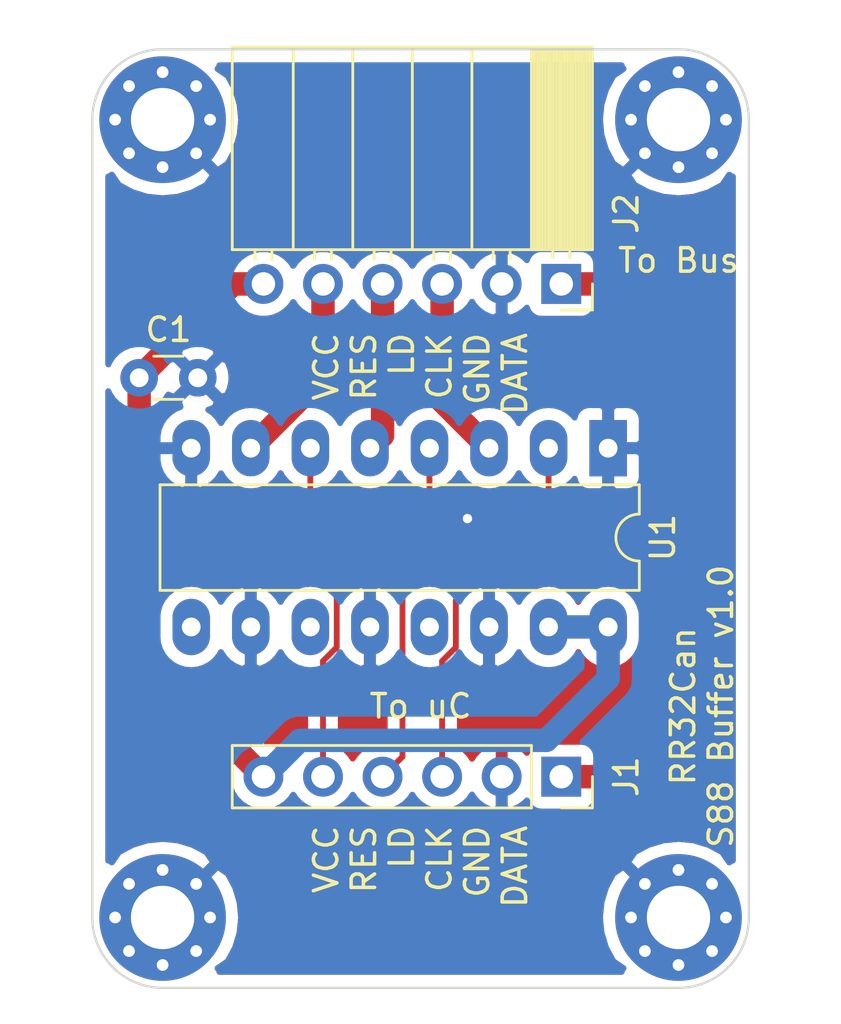
<source format=kicad_pcb>
(kicad_pcb (version 20171130) (host pcbnew "(5.1.5)-3")

  (general
    (thickness 1.6)
    (drawings 13)
    (tracks 35)
    (zones 0)
    (modules 8)
    (nets 10)
  )

  (page A4)
  (layers
    (0 F.Cu signal)
    (31 B.Cu signal)
    (32 B.Adhes user)
    (33 F.Adhes user)
    (34 B.Paste user)
    (35 F.Paste user)
    (36 B.SilkS user)
    (37 F.SilkS user)
    (38 B.Mask user)
    (39 F.Mask user)
    (40 Dwgs.User user)
    (41 Cmts.User user)
    (42 Eco1.User user)
    (43 Eco2.User user)
    (44 Edge.Cuts user)
    (45 Margin user)
    (46 B.CrtYd user)
    (47 F.CrtYd user)
    (48 B.Fab user)
    (49 F.Fab user)
  )

  (setup
    (last_trace_width 0.25)
    (user_trace_width 1)
    (trace_clearance 0.2)
    (zone_clearance 0.508)
    (zone_45_only no)
    (trace_min 0.2)
    (via_size 0.8)
    (via_drill 0.4)
    (via_min_size 0.4)
    (via_min_drill 0.3)
    (uvia_size 0.3)
    (uvia_drill 0.1)
    (uvias_allowed no)
    (uvia_min_size 0.2)
    (uvia_min_drill 0.1)
    (edge_width 0.05)
    (segment_width 0.2)
    (pcb_text_width 0.3)
    (pcb_text_size 1.5 1.5)
    (mod_edge_width 0.12)
    (mod_text_size 1 1)
    (mod_text_width 0.15)
    (pad_size 1.524 1.524)
    (pad_drill 0.762)
    (pad_to_mask_clearance 0.051)
    (solder_mask_min_width 0.25)
    (aux_axis_origin 20 20)
    (visible_elements 7FFFFFFF)
    (pcbplotparams
      (layerselection 0x010f0_ffffffff)
      (usegerberextensions true)
      (usegerberattributes false)
      (usegerberadvancedattributes false)
      (creategerberjobfile false)
      (excludeedgelayer true)
      (linewidth 0.100000)
      (plotframeref false)
      (viasonmask false)
      (mode 1)
      (useauxorigin true)
      (hpglpennumber 1)
      (hpglpenspeed 20)
      (hpglpendiameter 15.000000)
      (psnegative false)
      (psa4output false)
      (plotreference true)
      (plotvalue true)
      (plotinvisibletext false)
      (padsonsilk false)
      (subtractmaskfromsilk false)
      (outputformat 1)
      (mirror false)
      (drillshape 0)
      (scaleselection 1)
      (outputdirectory "gerber"))
  )

  (net 0 "")
  (net 1 GND)
  (net 2 VCC)
  (net 3 "Net-(J1-Pad5)")
  (net 4 "Net-(J1-Pad4)")
  (net 5 "Net-(J1-Pad3)")
  (net 6 /S88_DATA)
  (net 7 "Net-(J2-Pad5)")
  (net 8 "Net-(J2-Pad4)")
  (net 9 "Net-(J2-Pad3)")

  (net_class Default "Dies ist die voreingestellte Netzklasse."
    (clearance 0.2)
    (trace_width 0.25)
    (via_dia 0.8)
    (via_drill 0.4)
    (uvia_dia 0.3)
    (uvia_drill 0.1)
    (add_net /S88_DATA)
    (add_net GND)
    (add_net "Net-(J1-Pad3)")
    (add_net "Net-(J1-Pad4)")
    (add_net "Net-(J1-Pad5)")
    (add_net "Net-(J2-Pad3)")
    (add_net "Net-(J2-Pad4)")
    (add_net "Net-(J2-Pad5)")
    (add_net VCC)
  )

  (module MountingHole:MountingHole_2.7mm_M2.5_Pad_Via (layer F.Cu) (tedit 56DDBBFF) (tstamp 5E08026B)
    (at 23 23)
    (descr "Mounting Hole 2.7mm")
    (tags "mounting hole 2.7mm")
    (path /5E08AA20)
    (attr virtual)
    (fp_text reference H4 (at 0 -3.7) (layer F.SilkS) hide
      (effects (font (size 1 1) (thickness 0.15)))
    )
    (fp_text value MountingHole_Pad (at 0 3.7) (layer F.Fab)
      (effects (font (size 1 1) (thickness 0.15)))
    )
    (fp_circle (center 0 0) (end 2.95 0) (layer F.CrtYd) (width 0.05))
    (fp_circle (center 0 0) (end 2.7 0) (layer Cmts.User) (width 0.15))
    (fp_text user %R (at 0.3 0) (layer F.Fab)
      (effects (font (size 1 1) (thickness 0.15)))
    )
    (pad 1 thru_hole circle (at 1.431891 -1.431891) (size 0.8 0.8) (drill 0.5) (layers *.Cu *.Mask)
      (net 1 GND))
    (pad 1 thru_hole circle (at 0 -2.025) (size 0.8 0.8) (drill 0.5) (layers *.Cu *.Mask)
      (net 1 GND))
    (pad 1 thru_hole circle (at -1.431891 -1.431891) (size 0.8 0.8) (drill 0.5) (layers *.Cu *.Mask)
      (net 1 GND))
    (pad 1 thru_hole circle (at -2.025 0) (size 0.8 0.8) (drill 0.5) (layers *.Cu *.Mask)
      (net 1 GND))
    (pad 1 thru_hole circle (at -1.431891 1.431891) (size 0.8 0.8) (drill 0.5) (layers *.Cu *.Mask)
      (net 1 GND))
    (pad 1 thru_hole circle (at 0 2.025) (size 0.8 0.8) (drill 0.5) (layers *.Cu *.Mask)
      (net 1 GND))
    (pad 1 thru_hole circle (at 1.431891 1.431891) (size 0.8 0.8) (drill 0.5) (layers *.Cu *.Mask)
      (net 1 GND))
    (pad 1 thru_hole circle (at 2.025 0) (size 0.8 0.8) (drill 0.5) (layers *.Cu *.Mask)
      (net 1 GND))
    (pad 1 thru_hole circle (at 0 0) (size 5.4 5.4) (drill 2.7) (layers *.Cu *.Mask)
      (net 1 GND))
  )

  (module MountingHole:MountingHole_2.7mm_M2.5_Pad_Via (layer F.Cu) (tedit 56DDBBFF) (tstamp 5E08025B)
    (at 45 23)
    (descr "Mounting Hole 2.7mm")
    (tags "mounting hole 2.7mm")
    (path /5E08A86E)
    (attr virtual)
    (fp_text reference H3 (at 0 -3.7) (layer F.SilkS) hide
      (effects (font (size 1 1) (thickness 0.15)))
    )
    (fp_text value MountingHole_Pad (at 0 3.7) (layer F.Fab)
      (effects (font (size 1 1) (thickness 0.15)))
    )
    (fp_circle (center 0 0) (end 2.95 0) (layer F.CrtYd) (width 0.05))
    (fp_circle (center 0 0) (end 2.7 0) (layer Cmts.User) (width 0.15))
    (fp_text user %R (at 0.3 0) (layer F.Fab)
      (effects (font (size 1 1) (thickness 0.15)))
    )
    (pad 1 thru_hole circle (at 1.431891 -1.431891) (size 0.8 0.8) (drill 0.5) (layers *.Cu *.Mask)
      (net 1 GND))
    (pad 1 thru_hole circle (at 0 -2.025) (size 0.8 0.8) (drill 0.5) (layers *.Cu *.Mask)
      (net 1 GND))
    (pad 1 thru_hole circle (at -1.431891 -1.431891) (size 0.8 0.8) (drill 0.5) (layers *.Cu *.Mask)
      (net 1 GND))
    (pad 1 thru_hole circle (at -2.025 0) (size 0.8 0.8) (drill 0.5) (layers *.Cu *.Mask)
      (net 1 GND))
    (pad 1 thru_hole circle (at -1.431891 1.431891) (size 0.8 0.8) (drill 0.5) (layers *.Cu *.Mask)
      (net 1 GND))
    (pad 1 thru_hole circle (at 0 2.025) (size 0.8 0.8) (drill 0.5) (layers *.Cu *.Mask)
      (net 1 GND))
    (pad 1 thru_hole circle (at 1.431891 1.431891) (size 0.8 0.8) (drill 0.5) (layers *.Cu *.Mask)
      (net 1 GND))
    (pad 1 thru_hole circle (at 2.025 0) (size 0.8 0.8) (drill 0.5) (layers *.Cu *.Mask)
      (net 1 GND))
    (pad 1 thru_hole circle (at 0 0) (size 5.4 5.4) (drill 2.7) (layers *.Cu *.Mask)
      (net 1 GND))
  )

  (module MountingHole:MountingHole_2.7mm_M2.5_Pad_Via (layer F.Cu) (tedit 56DDBBFF) (tstamp 5E08024B)
    (at 45 57)
    (descr "Mounting Hole 2.7mm")
    (tags "mounting hole 2.7mm")
    (path /5E08A66B)
    (attr virtual)
    (fp_text reference H2 (at 0 -3.7) (layer F.SilkS) hide
      (effects (font (size 1 1) (thickness 0.15)))
    )
    (fp_text value MountingHole_Pad (at 0 3.7) (layer F.Fab)
      (effects (font (size 1 1) (thickness 0.15)))
    )
    (fp_circle (center 0 0) (end 2.95 0) (layer F.CrtYd) (width 0.05))
    (fp_circle (center 0 0) (end 2.7 0) (layer Cmts.User) (width 0.15))
    (fp_text user %R (at 0.3 0) (layer F.Fab)
      (effects (font (size 1 1) (thickness 0.15)))
    )
    (pad 1 thru_hole circle (at 1.431891 -1.431891) (size 0.8 0.8) (drill 0.5) (layers *.Cu *.Mask)
      (net 1 GND))
    (pad 1 thru_hole circle (at 0 -2.025) (size 0.8 0.8) (drill 0.5) (layers *.Cu *.Mask)
      (net 1 GND))
    (pad 1 thru_hole circle (at -1.431891 -1.431891) (size 0.8 0.8) (drill 0.5) (layers *.Cu *.Mask)
      (net 1 GND))
    (pad 1 thru_hole circle (at -2.025 0) (size 0.8 0.8) (drill 0.5) (layers *.Cu *.Mask)
      (net 1 GND))
    (pad 1 thru_hole circle (at -1.431891 1.431891) (size 0.8 0.8) (drill 0.5) (layers *.Cu *.Mask)
      (net 1 GND))
    (pad 1 thru_hole circle (at 0 2.025) (size 0.8 0.8) (drill 0.5) (layers *.Cu *.Mask)
      (net 1 GND))
    (pad 1 thru_hole circle (at 1.431891 1.431891) (size 0.8 0.8) (drill 0.5) (layers *.Cu *.Mask)
      (net 1 GND))
    (pad 1 thru_hole circle (at 2.025 0) (size 0.8 0.8) (drill 0.5) (layers *.Cu *.Mask)
      (net 1 GND))
    (pad 1 thru_hole circle (at 0 0) (size 5.4 5.4) (drill 2.7) (layers *.Cu *.Mask)
      (net 1 GND))
  )

  (module MountingHole:MountingHole_2.7mm_M2.5_Pad_Via (layer F.Cu) (tedit 56DDBBFF) (tstamp 5E08023B)
    (at 23 57)
    (descr "Mounting Hole 2.7mm")
    (tags "mounting hole 2.7mm")
    (path /5E089C70)
    (attr virtual)
    (fp_text reference H1 (at 0 -3.7) (layer F.SilkS) hide
      (effects (font (size 1 1) (thickness 0.15)))
    )
    (fp_text value MountingHole_Pad (at 0 3.7) (layer F.Fab)
      (effects (font (size 1 1) (thickness 0.15)))
    )
    (fp_circle (center 0 0) (end 2.95 0) (layer F.CrtYd) (width 0.05))
    (fp_circle (center 0 0) (end 2.7 0) (layer Cmts.User) (width 0.15))
    (fp_text user %R (at 0.3 0) (layer F.Fab)
      (effects (font (size 1 1) (thickness 0.15)))
    )
    (pad 1 thru_hole circle (at 1.431891 -1.431891) (size 0.8 0.8) (drill 0.5) (layers *.Cu *.Mask)
      (net 1 GND))
    (pad 1 thru_hole circle (at 0 -2.025) (size 0.8 0.8) (drill 0.5) (layers *.Cu *.Mask)
      (net 1 GND))
    (pad 1 thru_hole circle (at -1.431891 -1.431891) (size 0.8 0.8) (drill 0.5) (layers *.Cu *.Mask)
      (net 1 GND))
    (pad 1 thru_hole circle (at -2.025 0) (size 0.8 0.8) (drill 0.5) (layers *.Cu *.Mask)
      (net 1 GND))
    (pad 1 thru_hole circle (at -1.431891 1.431891) (size 0.8 0.8) (drill 0.5) (layers *.Cu *.Mask)
      (net 1 GND))
    (pad 1 thru_hole circle (at 0 2.025) (size 0.8 0.8) (drill 0.5) (layers *.Cu *.Mask)
      (net 1 GND))
    (pad 1 thru_hole circle (at 1.431891 1.431891) (size 0.8 0.8) (drill 0.5) (layers *.Cu *.Mask)
      (net 1 GND))
    (pad 1 thru_hole circle (at 2.025 0) (size 0.8 0.8) (drill 0.5) (layers *.Cu *.Mask)
      (net 1 GND))
    (pad 1 thru_hole circle (at 0 0) (size 5.4 5.4) (drill 2.7) (layers *.Cu *.Mask)
      (net 1 GND))
  )

  (module Package_DIP:DIP-16_W7.62mm_LongPads (layer F.Cu) (tedit 5A02E8C5) (tstamp 5E08049A)
    (at 42 37 270)
    (descr "16-lead though-hole mounted DIP package, row spacing 7.62 mm (300 mils), LongPads")
    (tags "THT DIP DIL PDIP 2.54mm 7.62mm 300mil LongPads")
    (path /5E07A95D)
    (fp_text reference U1 (at 3.81 -2.33 90) (layer F.SilkS)
      (effects (font (size 1 1) (thickness 0.15)))
    )
    (fp_text value 74LS367 (at 3.81 20.11 90) (layer F.Fab)
      (effects (font (size 1 1) (thickness 0.15)))
    )
    (fp_text user %R (at 3.81 8.89 90) (layer F.Fab)
      (effects (font (size 1 1) (thickness 0.15)))
    )
    (fp_line (start 9.1 -1.55) (end -1.45 -1.55) (layer F.CrtYd) (width 0.05))
    (fp_line (start 9.1 19.3) (end 9.1 -1.55) (layer F.CrtYd) (width 0.05))
    (fp_line (start -1.45 19.3) (end 9.1 19.3) (layer F.CrtYd) (width 0.05))
    (fp_line (start -1.45 -1.55) (end -1.45 19.3) (layer F.CrtYd) (width 0.05))
    (fp_line (start 6.06 -1.33) (end 4.81 -1.33) (layer F.SilkS) (width 0.12))
    (fp_line (start 6.06 19.11) (end 6.06 -1.33) (layer F.SilkS) (width 0.12))
    (fp_line (start 1.56 19.11) (end 6.06 19.11) (layer F.SilkS) (width 0.12))
    (fp_line (start 1.56 -1.33) (end 1.56 19.11) (layer F.SilkS) (width 0.12))
    (fp_line (start 2.81 -1.33) (end 1.56 -1.33) (layer F.SilkS) (width 0.12))
    (fp_line (start 0.635 -0.27) (end 1.635 -1.27) (layer F.Fab) (width 0.1))
    (fp_line (start 0.635 19.05) (end 0.635 -0.27) (layer F.Fab) (width 0.1))
    (fp_line (start 6.985 19.05) (end 0.635 19.05) (layer F.Fab) (width 0.1))
    (fp_line (start 6.985 -1.27) (end 6.985 19.05) (layer F.Fab) (width 0.1))
    (fp_line (start 1.635 -1.27) (end 6.985 -1.27) (layer F.Fab) (width 0.1))
    (fp_arc (start 3.81 -1.33) (end 2.81 -1.33) (angle -180) (layer F.SilkS) (width 0.12))
    (pad 16 thru_hole oval (at 7.62 0 270) (size 2.4 1.6) (drill 0.8) (layers *.Cu *.Mask)
      (net 2 VCC))
    (pad 8 thru_hole oval (at 0 17.78 270) (size 2.4 1.6) (drill 0.8) (layers *.Cu *.Mask)
      (net 1 GND))
    (pad 15 thru_hole oval (at 7.62 2.54 270) (size 2.4 1.6) (drill 0.8) (layers *.Cu *.Mask)
      (net 2 VCC))
    (pad 7 thru_hole oval (at 0 15.24 270) (size 2.4 1.6) (drill 0.8) (layers *.Cu *.Mask)
      (net 7 "Net-(J2-Pad5)"))
    (pad 14 thru_hole oval (at 7.62 5.08 270) (size 2.4 1.6) (drill 0.8) (layers *.Cu *.Mask)
      (net 1 GND))
    (pad 6 thru_hole oval (at 0 12.7 270) (size 2.4 1.6) (drill 0.8) (layers *.Cu *.Mask)
      (net 3 "Net-(J1-Pad5)"))
    (pad 13 thru_hole oval (at 7.62 7.62 270) (size 2.4 1.6) (drill 0.8) (layers *.Cu *.Mask))
    (pad 5 thru_hole oval (at 0 10.16 270) (size 2.4 1.6) (drill 0.8) (layers *.Cu *.Mask)
      (net 8 "Net-(J2-Pad4)"))
    (pad 12 thru_hole oval (at 7.62 10.16 270) (size 2.4 1.6) (drill 0.8) (layers *.Cu *.Mask)
      (net 1 GND))
    (pad 4 thru_hole oval (at 0 7.62 270) (size 2.4 1.6) (drill 0.8) (layers *.Cu *.Mask)
      (net 4 "Net-(J1-Pad4)"))
    (pad 11 thru_hole oval (at 7.62 12.7 270) (size 2.4 1.6) (drill 0.8) (layers *.Cu *.Mask))
    (pad 3 thru_hole oval (at 0 5.08 270) (size 2.4 1.6) (drill 0.8) (layers *.Cu *.Mask)
      (net 9 "Net-(J2-Pad3)"))
    (pad 10 thru_hole oval (at 7.62 15.24 270) (size 2.4 1.6) (drill 0.8) (layers *.Cu *.Mask)
      (net 1 GND))
    (pad 2 thru_hole oval (at 0 2.54 270) (size 2.4 1.6) (drill 0.8) (layers *.Cu *.Mask)
      (net 5 "Net-(J1-Pad3)"))
    (pad 9 thru_hole oval (at 7.62 17.78 270) (size 2.4 1.6) (drill 0.8) (layers *.Cu *.Mask))
    (pad 1 thru_hole rect (at 0 0 270) (size 2.4 1.6) (drill 0.8) (layers *.Cu *.Mask)
      (net 1 GND))
    (model ${KISYS3DMOD}/Package_DIP.3dshapes/DIP-16_W7.62mm.wrl
      (at (xyz 0 0 0))
      (scale (xyz 1 1 1))
      (rotate (xyz 0 0 0))
    )
  )

  (module Connector_PinSocket_2.54mm:PinSocket_1x06_P2.54mm_Horizontal (layer F.Cu) (tedit 5A19A42D) (tstamp 5E07FEA6)
    (at 40 30 270)
    (descr "Through hole angled socket strip, 1x06, 2.54mm pitch, 8.51mm socket length, single row (from Kicad 4.0.7), script generated")
    (tags "Through hole angled socket strip THT 1x06 2.54mm single row")
    (path /5E07B5C5)
    (fp_text reference J2 (at -3 -2.77 90) (layer F.SilkS)
      (effects (font (size 1 1) (thickness 0.15)))
    )
    (fp_text value Conn_01x06_Female (at -4.38 15.47 90) (layer F.Fab)
      (effects (font (size 1 1) (thickness 0.15)))
    )
    (fp_text user %R (at -5.775 6.35) (layer F.Fab)
      (effects (font (size 1 1) (thickness 0.15)))
    )
    (fp_line (start 1.75 14.45) (end 1.75 -1.8) (layer F.CrtYd) (width 0.05))
    (fp_line (start -10.55 14.45) (end 1.75 14.45) (layer F.CrtYd) (width 0.05))
    (fp_line (start -10.55 -1.8) (end -10.55 14.45) (layer F.CrtYd) (width 0.05))
    (fp_line (start 1.75 -1.8) (end -10.55 -1.8) (layer F.CrtYd) (width 0.05))
    (fp_line (start 0 -1.33) (end 1.11 -1.33) (layer F.SilkS) (width 0.12))
    (fp_line (start 1.11 -1.33) (end 1.11 0) (layer F.SilkS) (width 0.12))
    (fp_line (start -10.09 -1.33) (end -10.09 14.03) (layer F.SilkS) (width 0.12))
    (fp_line (start -10.09 14.03) (end -1.46 14.03) (layer F.SilkS) (width 0.12))
    (fp_line (start -1.46 -1.33) (end -1.46 14.03) (layer F.SilkS) (width 0.12))
    (fp_line (start -10.09 -1.33) (end -1.46 -1.33) (layer F.SilkS) (width 0.12))
    (fp_line (start -10.09 11.43) (end -1.46 11.43) (layer F.SilkS) (width 0.12))
    (fp_line (start -10.09 8.89) (end -1.46 8.89) (layer F.SilkS) (width 0.12))
    (fp_line (start -10.09 6.35) (end -1.46 6.35) (layer F.SilkS) (width 0.12))
    (fp_line (start -10.09 3.81) (end -1.46 3.81) (layer F.SilkS) (width 0.12))
    (fp_line (start -10.09 1.27) (end -1.46 1.27) (layer F.SilkS) (width 0.12))
    (fp_line (start -1.46 13.06) (end -1.05 13.06) (layer F.SilkS) (width 0.12))
    (fp_line (start -1.46 12.34) (end -1.05 12.34) (layer F.SilkS) (width 0.12))
    (fp_line (start -1.46 10.52) (end -1.05 10.52) (layer F.SilkS) (width 0.12))
    (fp_line (start -1.46 9.8) (end -1.05 9.8) (layer F.SilkS) (width 0.12))
    (fp_line (start -1.46 7.98) (end -1.05 7.98) (layer F.SilkS) (width 0.12))
    (fp_line (start -1.46 7.26) (end -1.05 7.26) (layer F.SilkS) (width 0.12))
    (fp_line (start -1.46 5.44) (end -1.05 5.44) (layer F.SilkS) (width 0.12))
    (fp_line (start -1.46 4.72) (end -1.05 4.72) (layer F.SilkS) (width 0.12))
    (fp_line (start -1.46 2.9) (end -1.05 2.9) (layer F.SilkS) (width 0.12))
    (fp_line (start -1.46 2.18) (end -1.05 2.18) (layer F.SilkS) (width 0.12))
    (fp_line (start -1.46 0.36) (end -1.11 0.36) (layer F.SilkS) (width 0.12))
    (fp_line (start -1.46 -0.36) (end -1.11 -0.36) (layer F.SilkS) (width 0.12))
    (fp_line (start -10.09 1.1519) (end -1.46 1.1519) (layer F.SilkS) (width 0.12))
    (fp_line (start -10.09 1.033805) (end -1.46 1.033805) (layer F.SilkS) (width 0.12))
    (fp_line (start -10.09 0.91571) (end -1.46 0.91571) (layer F.SilkS) (width 0.12))
    (fp_line (start -10.09 0.797615) (end -1.46 0.797615) (layer F.SilkS) (width 0.12))
    (fp_line (start -10.09 0.67952) (end -1.46 0.67952) (layer F.SilkS) (width 0.12))
    (fp_line (start -10.09 0.561425) (end -1.46 0.561425) (layer F.SilkS) (width 0.12))
    (fp_line (start -10.09 0.44333) (end -1.46 0.44333) (layer F.SilkS) (width 0.12))
    (fp_line (start -10.09 0.325235) (end -1.46 0.325235) (layer F.SilkS) (width 0.12))
    (fp_line (start -10.09 0.20714) (end -1.46 0.20714) (layer F.SilkS) (width 0.12))
    (fp_line (start -10.09 0.089045) (end -1.46 0.089045) (layer F.SilkS) (width 0.12))
    (fp_line (start -10.09 -0.02905) (end -1.46 -0.02905) (layer F.SilkS) (width 0.12))
    (fp_line (start -10.09 -0.147145) (end -1.46 -0.147145) (layer F.SilkS) (width 0.12))
    (fp_line (start -10.09 -0.26524) (end -1.46 -0.26524) (layer F.SilkS) (width 0.12))
    (fp_line (start -10.09 -0.383335) (end -1.46 -0.383335) (layer F.SilkS) (width 0.12))
    (fp_line (start -10.09 -0.50143) (end -1.46 -0.50143) (layer F.SilkS) (width 0.12))
    (fp_line (start -10.09 -0.619525) (end -1.46 -0.619525) (layer F.SilkS) (width 0.12))
    (fp_line (start -10.09 -0.73762) (end -1.46 -0.73762) (layer F.SilkS) (width 0.12))
    (fp_line (start -10.09 -0.855715) (end -1.46 -0.855715) (layer F.SilkS) (width 0.12))
    (fp_line (start -10.09 -0.97381) (end -1.46 -0.97381) (layer F.SilkS) (width 0.12))
    (fp_line (start -10.09 -1.091905) (end -1.46 -1.091905) (layer F.SilkS) (width 0.12))
    (fp_line (start -10.09 -1.21) (end -1.46 -1.21) (layer F.SilkS) (width 0.12))
    (fp_line (start 0 13) (end 0 12.4) (layer F.Fab) (width 0.1))
    (fp_line (start -1.52 13) (end 0 13) (layer F.Fab) (width 0.1))
    (fp_line (start 0 12.4) (end -1.52 12.4) (layer F.Fab) (width 0.1))
    (fp_line (start 0 10.46) (end 0 9.86) (layer F.Fab) (width 0.1))
    (fp_line (start -1.52 10.46) (end 0 10.46) (layer F.Fab) (width 0.1))
    (fp_line (start 0 9.86) (end -1.52 9.86) (layer F.Fab) (width 0.1))
    (fp_line (start 0 7.92) (end 0 7.32) (layer F.Fab) (width 0.1))
    (fp_line (start -1.52 7.92) (end 0 7.92) (layer F.Fab) (width 0.1))
    (fp_line (start 0 7.32) (end -1.52 7.32) (layer F.Fab) (width 0.1))
    (fp_line (start 0 5.38) (end 0 4.78) (layer F.Fab) (width 0.1))
    (fp_line (start -1.52 5.38) (end 0 5.38) (layer F.Fab) (width 0.1))
    (fp_line (start 0 4.78) (end -1.52 4.78) (layer F.Fab) (width 0.1))
    (fp_line (start 0 2.84) (end 0 2.24) (layer F.Fab) (width 0.1))
    (fp_line (start -1.52 2.84) (end 0 2.84) (layer F.Fab) (width 0.1))
    (fp_line (start 0 2.24) (end -1.52 2.24) (layer F.Fab) (width 0.1))
    (fp_line (start 0 0.3) (end 0 -0.3) (layer F.Fab) (width 0.1))
    (fp_line (start -1.52 0.3) (end 0 0.3) (layer F.Fab) (width 0.1))
    (fp_line (start 0 -0.3) (end -1.52 -0.3) (layer F.Fab) (width 0.1))
    (fp_line (start -10.03 13.97) (end -10.03 -1.27) (layer F.Fab) (width 0.1))
    (fp_line (start -1.52 13.97) (end -10.03 13.97) (layer F.Fab) (width 0.1))
    (fp_line (start -1.52 -0.3) (end -1.52 13.97) (layer F.Fab) (width 0.1))
    (fp_line (start -2.49 -1.27) (end -1.52 -0.3) (layer F.Fab) (width 0.1))
    (fp_line (start -10.03 -1.27) (end -2.49 -1.27) (layer F.Fab) (width 0.1))
    (pad 6 thru_hole oval (at 0 12.7 270) (size 1.7 1.7) (drill 1) (layers *.Cu *.Mask)
      (net 2 VCC))
    (pad 5 thru_hole oval (at 0 10.16 270) (size 1.7 1.7) (drill 1) (layers *.Cu *.Mask)
      (net 7 "Net-(J2-Pad5)"))
    (pad 4 thru_hole oval (at 0 7.62 270) (size 1.7 1.7) (drill 1) (layers *.Cu *.Mask)
      (net 8 "Net-(J2-Pad4)"))
    (pad 3 thru_hole oval (at 0 5.08 270) (size 1.7 1.7) (drill 1) (layers *.Cu *.Mask)
      (net 9 "Net-(J2-Pad3)"))
    (pad 2 thru_hole oval (at 0 2.54 270) (size 1.7 1.7) (drill 1) (layers *.Cu *.Mask)
      (net 1 GND))
    (pad 1 thru_hole rect (at 0 0 270) (size 1.7 1.7) (drill 1) (layers *.Cu *.Mask)
      (net 6 /S88_DATA))
    (model ${KISYS3DMOD}/Connector_PinSocket_2.54mm.3dshapes/PinSocket_1x06_P2.54mm_Horizontal.wrl
      (at (xyz 0 0 0))
      (scale (xyz 1 1 1))
      (rotate (xyz 0 0 0))
    )
  )

  (module Connector_PinSocket_2.54mm:PinSocket_1x06_P2.54mm_Vertical (layer F.Cu) (tedit 5A19A430) (tstamp 5E07FE54)
    (at 40 51 270)
    (descr "Through hole straight socket strip, 1x06, 2.54mm pitch, single row (from Kicad 4.0.7), script generated")
    (tags "Through hole socket strip THT 1x06 2.54mm single row")
    (path /5E07CBC2)
    (fp_text reference J1 (at 0 -2.77 90) (layer F.SilkS)
      (effects (font (size 1 1) (thickness 0.15)))
    )
    (fp_text value Conn_01x06_Male (at 0 15.47 90) (layer F.Fab)
      (effects (font (size 1 1) (thickness 0.15)))
    )
    (fp_text user %R (at 0 6.35) (layer F.Fab)
      (effects (font (size 1 1) (thickness 0.15)))
    )
    (fp_line (start -1.8 14.45) (end -1.8 -1.8) (layer F.CrtYd) (width 0.05))
    (fp_line (start 1.75 14.45) (end -1.8 14.45) (layer F.CrtYd) (width 0.05))
    (fp_line (start 1.75 -1.8) (end 1.75 14.45) (layer F.CrtYd) (width 0.05))
    (fp_line (start -1.8 -1.8) (end 1.75 -1.8) (layer F.CrtYd) (width 0.05))
    (fp_line (start 0 -1.33) (end 1.33 -1.33) (layer F.SilkS) (width 0.12))
    (fp_line (start 1.33 -1.33) (end 1.33 0) (layer F.SilkS) (width 0.12))
    (fp_line (start 1.33 1.27) (end 1.33 14.03) (layer F.SilkS) (width 0.12))
    (fp_line (start -1.33 14.03) (end 1.33 14.03) (layer F.SilkS) (width 0.12))
    (fp_line (start -1.33 1.27) (end -1.33 14.03) (layer F.SilkS) (width 0.12))
    (fp_line (start -1.33 1.27) (end 1.33 1.27) (layer F.SilkS) (width 0.12))
    (fp_line (start -1.27 13.97) (end -1.27 -1.27) (layer F.Fab) (width 0.1))
    (fp_line (start 1.27 13.97) (end -1.27 13.97) (layer F.Fab) (width 0.1))
    (fp_line (start 1.27 -0.635) (end 1.27 13.97) (layer F.Fab) (width 0.1))
    (fp_line (start 0.635 -1.27) (end 1.27 -0.635) (layer F.Fab) (width 0.1))
    (fp_line (start -1.27 -1.27) (end 0.635 -1.27) (layer F.Fab) (width 0.1))
    (pad 6 thru_hole oval (at 0 12.7 270) (size 1.7 1.7) (drill 1) (layers *.Cu *.Mask)
      (net 2 VCC))
    (pad 5 thru_hole oval (at 0 10.16 270) (size 1.7 1.7) (drill 1) (layers *.Cu *.Mask)
      (net 3 "Net-(J1-Pad5)"))
    (pad 4 thru_hole oval (at 0 7.62 270) (size 1.7 1.7) (drill 1) (layers *.Cu *.Mask)
      (net 4 "Net-(J1-Pad4)"))
    (pad 3 thru_hole oval (at 0 5.08 270) (size 1.7 1.7) (drill 1) (layers *.Cu *.Mask)
      (net 5 "Net-(J1-Pad3)"))
    (pad 2 thru_hole oval (at 0 2.54 270) (size 1.7 1.7) (drill 1) (layers *.Cu *.Mask)
      (net 1 GND))
    (pad 1 thru_hole rect (at 0 0 270) (size 1.7 1.7) (drill 1) (layers *.Cu *.Mask)
      (net 6 /S88_DATA))
    (model ${KISYS3DMOD}/Connector_PinSocket_2.54mm.3dshapes/PinSocket_1x06_P2.54mm_Vertical.wrl
      (at (xyz 0 0 0))
      (scale (xyz 1 1 1))
      (rotate (xyz 0 0 0))
    )
  )

  (module Capacitor_THT:C_Disc_D3.0mm_W1.6mm_P2.50mm (layer F.Cu) (tedit 5AE50EF0) (tstamp 5E0809DD)
    (at 22 34)
    (descr "C, Disc series, Radial, pin pitch=2.50mm, , diameter*width=3.0*1.6mm^2, Capacitor, http://www.vishay.com/docs/45233/krseries.pdf")
    (tags "C Disc series Radial pin pitch 2.50mm  diameter 3.0mm width 1.6mm Capacitor")
    (path /5E084923)
    (fp_text reference C1 (at 1.25 -2.05) (layer F.SilkS)
      (effects (font (size 1 1) (thickness 0.15)))
    )
    (fp_text value 100n (at 1.25 2.05) (layer F.Fab)
      (effects (font (size 1 1) (thickness 0.15)))
    )
    (fp_text user %R (at 1.25 0) (layer F.Fab)
      (effects (font (size 0.6 0.6) (thickness 0.09)))
    )
    (fp_line (start 3.55 -1.05) (end -1.05 -1.05) (layer F.CrtYd) (width 0.05))
    (fp_line (start 3.55 1.05) (end 3.55 -1.05) (layer F.CrtYd) (width 0.05))
    (fp_line (start -1.05 1.05) (end 3.55 1.05) (layer F.CrtYd) (width 0.05))
    (fp_line (start -1.05 -1.05) (end -1.05 1.05) (layer F.CrtYd) (width 0.05))
    (fp_line (start 0.621 0.92) (end 1.879 0.92) (layer F.SilkS) (width 0.12))
    (fp_line (start 0.621 -0.92) (end 1.879 -0.92) (layer F.SilkS) (width 0.12))
    (fp_line (start 2.75 -0.8) (end -0.25 -0.8) (layer F.Fab) (width 0.1))
    (fp_line (start 2.75 0.8) (end 2.75 -0.8) (layer F.Fab) (width 0.1))
    (fp_line (start -0.25 0.8) (end 2.75 0.8) (layer F.Fab) (width 0.1))
    (fp_line (start -0.25 -0.8) (end -0.25 0.8) (layer F.Fab) (width 0.1))
    (pad 2 thru_hole circle (at 2.5 0) (size 1.6 1.6) (drill 0.8) (layers *.Cu *.Mask)
      (net 1 GND))
    (pad 1 thru_hole circle (at 0 0) (size 1.6 1.6) (drill 0.8) (layers *.Cu *.Mask)
      (net 2 VCC))
    (model ${KISYS3DMOD}/Capacitor_THT.3dshapes/C_Disc_D3.0mm_W1.6mm_P2.50mm.wrl
      (at (xyz 0 0 0))
      (scale (xyz 1 1 1))
      (rotate (xyz 0 0 0))
    )
  )

  (gr_text "RR32Can\nS88 Buffer v1.0" (at 46 48 90) (layer F.SilkS)
    (effects (font (size 1 1) (thickness 0.15)))
  )
  (gr_text "To uC" (at 34 48) (layer F.SilkS) (tstamp 5E088E16)
    (effects (font (size 1 1) (thickness 0.15)))
  )
  (gr_text "VCC\nRES\nLD\nCLK\nGND\nDATA" (at 34 53 90) (layer F.SilkS) (tstamp 5E088E11)
    (effects (font (size 1 1) (thickness 0.15)) (justify right))
  )
  (gr_text "VCC\nRES\nLD\nCLK\nGND\nDATA" (at 34 32 90) (layer F.SilkS)
    (effects (font (size 1 1) (thickness 0.15)) (justify right))
  )
  (gr_text "To Bus" (at 45 29) (layer F.SilkS)
    (effects (font (size 1 1) (thickness 0.15)))
  )
  (gr_arc (start 23 57) (end 20 57) (angle -90) (layer Edge.Cuts) (width 0.1))
  (gr_arc (start 45 57) (end 45 60) (angle -90) (layer Edge.Cuts) (width 0.1))
  (gr_arc (start 45 23) (end 48 23) (angle -90) (layer Edge.Cuts) (width 0.1))
  (gr_arc (start 23 23) (end 23 20) (angle -90) (layer Edge.Cuts) (width 0.1))
  (gr_line (start 48 23) (end 48 57) (layer Edge.Cuts) (width 0.1))
  (gr_line (start 23 20) (end 45 20) (layer Edge.Cuts) (width 0.1))
  (gr_line (start 20 57) (end 20 23) (layer Edge.Cuts) (width 0.1))
  (gr_line (start 45 60) (end 23 60) (layer Edge.Cuts) (width 0.1))

  (via (at 36 40) (size 0.8) (drill 0.4) (layers F.Cu B.Cu) (net 1))
  (segment (start 26 30) (end 22 34) (width 1) (layer F.Cu) (net 2))
  (segment (start 27.3 30) (end 26 30) (width 1) (layer F.Cu) (net 2))
  (segment (start 22 45.7) (end 27.3 51) (width 1) (layer F.Cu) (net 2))
  (segment (start 22 34) (end 22 45.7) (width 1) (layer F.Cu) (net 2))
  (segment (start 42 46.82) (end 42 44.62) (width 1) (layer B.Cu) (net 2))
  (segment (start 39.370001 49.449999) (end 42 46.82) (width 1) (layer B.Cu) (net 2))
  (segment (start 28.850001 49.449999) (end 39.370001 49.449999) (width 1) (layer B.Cu) (net 2))
  (segment (start 27.3 51) (end 28.850001 49.449999) (width 1) (layer B.Cu) (net 2))
  (segment (start 42 44.62) (end 39.46 44.62) (width 1) (layer B.Cu) (net 2))
  (segment (start 29.84 51) (end 29.84 46.071004) (width 0.25) (layer F.Cu) (net 3))
  (segment (start 30.42501 45.485994) (end 30.42501 41.42501) (width 0.25) (layer F.Cu) (net 3))
  (segment (start 29.84 46.071004) (end 30.42501 45.485994) (width 0.25) (layer F.Cu) (net 3))
  (segment (start 29.3 40.3) (end 29.3 37) (width 0.25) (layer F.Cu) (net 3))
  (segment (start 30.42501 41.42501) (end 29.3 40.3) (width 0.25) (layer F.Cu) (net 3))
  (segment (start 33.229999 50.150001) (end 33.229999 41.770001) (width 0.25) (layer F.Cu) (net 4))
  (segment (start 32.38 51) (end 33.229999 50.150001) (width 0.25) (layer F.Cu) (net 4))
  (segment (start 34.38 40.62) (end 34.38 37) (width 0.25) (layer F.Cu) (net 4))
  (segment (start 33.229999 41.770001) (end 34.38 40.62) (width 0.25) (layer F.Cu) (net 4))
  (segment (start 35.50501 45.485994) (end 35.50501 43.49499) (width 0.25) (layer F.Cu) (net 5))
  (segment (start 34.92 51) (end 34.92 46.071004) (width 0.25) (layer F.Cu) (net 5))
  (segment (start 34.92 46.071004) (end 35.50501 45.485994) (width 0.25) (layer F.Cu) (net 5))
  (segment (start 39.46 39.54) (end 39.46 37) (width 0.25) (layer F.Cu) (net 5))
  (segment (start 35.50501 43.49499) (end 39.46 39.54) (width 0.25) (layer F.Cu) (net 5))
  (segment (start 41.85 30) (end 45 33.15) (width 1) (layer F.Cu) (net 6))
  (segment (start 40 30) (end 41.85 30) (width 1) (layer F.Cu) (net 6))
  (segment (start 45 47.85) (end 41.85 51) (width 1) (layer F.Cu) (net 6))
  (segment (start 41.85 51) (end 40 51) (width 1) (layer F.Cu) (net 6))
  (segment (start 45 33.15) (end 45 47.85) (width 1) (layer F.Cu) (net 6))
  (segment (start 29.84 33.92) (end 26.76 37) (width 1) (layer F.Cu) (net 7))
  (segment (start 29.84 30) (end 29.84 33.92) (width 1) (layer F.Cu) (net 7))
  (segment (start 32.38 36.46) (end 31.84 37) (width 1) (layer F.Cu) (net 8))
  (segment (start 32.38 30) (end 32.38 36.46) (width 1) (layer F.Cu) (net 8))
  (segment (start 34.92 35) (end 36.92 37) (width 1) (layer F.Cu) (net 9))
  (segment (start 34.92 30) (end 34.92 35) (width 1) (layer F.Cu) (net 9))

  (zone (net 1) (net_name GND) (layer F.Cu) (tstamp 5E0885BE) (hatch edge 0.508)
    (connect_pads (clearance 0.508))
    (min_thickness 0.254)
    (fill yes (arc_segments 32) (thermal_gap 0.508) (thermal_bridge_width 0.508))
    (polygon
      (pts
        (xy 48 60) (xy 20 60) (xy 20 20) (xy 48 20)
      )
    )
    (filled_polygon
      (pts
        (xy 42.541019 20.720627) (xy 42.654624 20.834232) (xy 42.216172 21.134411) (xy 41.905704 21.713356) (xy 41.714148 22.341746)
        (xy 41.648866 22.995431) (xy 41.712366 23.649293) (xy 41.902208 24.278203) (xy 42.211096 24.857992) (xy 42.216172 24.865589)
        (xy 42.654626 25.165769) (xy 44.820395 23) (xy 44.806253 22.985858) (xy 44.985858 22.806253) (xy 45 22.820395)
        (xy 45.014143 22.806253) (xy 45.193748 22.985858) (xy 45.179605 23) (xy 45.193748 23.014143) (xy 45.014143 23.193748)
        (xy 45 23.179605) (xy 42.834231 25.345374) (xy 43.134411 25.783828) (xy 43.713356 26.094296) (xy 44.341746 26.285852)
        (xy 44.995431 26.351134) (xy 45.649293 26.287634) (xy 46.278203 26.097792) (xy 46.857992 25.788904) (xy 46.865589 25.783828)
        (xy 47.165768 25.345376) (xy 47.279373 25.458981) (xy 47.315 25.423354) (xy 47.315001 54.576647) (xy 47.279373 54.541019)
        (xy 47.165768 54.654624) (xy 46.865589 54.216172) (xy 46.286644 53.905704) (xy 45.658254 53.714148) (xy 45.004569 53.648866)
        (xy 44.350707 53.712366) (xy 43.721797 53.902208) (xy 43.142008 54.211096) (xy 43.134411 54.216172) (xy 42.834231 54.654626)
        (xy 45 56.820395) (xy 45.014143 56.806253) (xy 45.193748 56.985858) (xy 45.179605 57) (xy 45.193748 57.014143)
        (xy 45.014143 57.193748) (xy 45 57.179605) (xy 44.985858 57.193748) (xy 44.806253 57.014143) (xy 44.820395 57)
        (xy 42.654626 54.834231) (xy 42.216172 55.134411) (xy 41.905704 55.713356) (xy 41.714148 56.341746) (xy 41.648866 56.995431)
        (xy 41.712366 57.649293) (xy 41.902208 58.278203) (xy 42.211096 58.857992) (xy 42.216172 58.865589) (xy 42.654624 59.165768)
        (xy 42.541019 59.279373) (xy 42.576646 59.315) (xy 25.423354 59.315) (xy 25.458981 59.279373) (xy 25.345376 59.165768)
        (xy 25.783828 58.865589) (xy 26.094296 58.286644) (xy 26.285852 57.658254) (xy 26.351134 57.004569) (xy 26.287634 56.350707)
        (xy 26.097792 55.721797) (xy 25.788904 55.142008) (xy 25.783828 55.134411) (xy 25.345374 54.834231) (xy 23.179605 57)
        (xy 23.193748 57.014143) (xy 23.014143 57.193748) (xy 23 57.179605) (xy 22.985858 57.193748) (xy 22.806253 57.014143)
        (xy 22.820395 57) (xy 22.806253 56.985858) (xy 22.985858 56.806253) (xy 23 56.820395) (xy 25.165769 54.654626)
        (xy 24.865589 54.216172) (xy 24.286644 53.905704) (xy 23.658254 53.714148) (xy 23.004569 53.648866) (xy 22.350707 53.712366)
        (xy 21.721797 53.902208) (xy 21.142008 54.211096) (xy 21.134411 54.216172) (xy 20.834232 54.654624) (xy 20.720627 54.541019)
        (xy 20.685 54.576646) (xy 20.685 34.575143) (xy 20.72832 34.679727) (xy 20.865 34.884284) (xy 20.865001 45.644239)
        (xy 20.859509 45.7) (xy 20.881423 45.922498) (xy 20.946324 46.136446) (xy 20.990414 46.218932) (xy 21.051717 46.333623)
        (xy 21.193552 46.506449) (xy 21.23686 46.541991) (xy 25.815 51.120132) (xy 25.815 51.14626) (xy 25.872068 51.433158)
        (xy 25.98401 51.703411) (xy 26.146525 51.946632) (xy 26.353368 52.153475) (xy 26.596589 52.31599) (xy 26.866842 52.427932)
        (xy 27.15374 52.485) (xy 27.44626 52.485) (xy 27.733158 52.427932) (xy 28.003411 52.31599) (xy 28.246632 52.153475)
        (xy 28.453475 51.946632) (xy 28.57 51.77224) (xy 28.686525 51.946632) (xy 28.893368 52.153475) (xy 29.136589 52.31599)
        (xy 29.406842 52.427932) (xy 29.69374 52.485) (xy 29.98626 52.485) (xy 30.273158 52.427932) (xy 30.543411 52.31599)
        (xy 30.786632 52.153475) (xy 30.993475 51.946632) (xy 31.11 51.77224) (xy 31.226525 51.946632) (xy 31.433368 52.153475)
        (xy 31.676589 52.31599) (xy 31.946842 52.427932) (xy 32.23374 52.485) (xy 32.52626 52.485) (xy 32.813158 52.427932)
        (xy 33.083411 52.31599) (xy 33.326632 52.153475) (xy 33.533475 51.946632) (xy 33.65 51.77224) (xy 33.766525 51.946632)
        (xy 33.973368 52.153475) (xy 34.216589 52.31599) (xy 34.486842 52.427932) (xy 34.77374 52.485) (xy 35.06626 52.485)
        (xy 35.353158 52.427932) (xy 35.623411 52.31599) (xy 35.866632 52.153475) (xy 36.073475 51.946632) (xy 36.195195 51.764466)
        (xy 36.264822 51.881355) (xy 36.459731 52.097588) (xy 36.69308 52.271641) (xy 36.955901 52.396825) (xy 37.10311 52.441476)
        (xy 37.333 52.320155) (xy 37.333 51.127) (xy 37.313 51.127) (xy 37.313 50.873) (xy 37.333 50.873)
        (xy 37.333 49.679845) (xy 37.10311 49.558524) (xy 36.955901 49.603175) (xy 36.69308 49.728359) (xy 36.459731 49.902412)
        (xy 36.264822 50.118645) (xy 36.195195 50.235534) (xy 36.073475 50.053368) (xy 35.866632 49.846525) (xy 35.68 49.721822)
        (xy 35.68 46.385805) (xy 35.968472 46.097334) (xy 35.995105 46.1245) (xy 36.228354 46.283715) (xy 36.488182 46.394367)
        (xy 36.570961 46.411904) (xy 36.793 46.289915) (xy 36.793 44.747) (xy 36.773 44.747) (xy 36.773 44.493)
        (xy 36.793 44.493) (xy 36.793 44.473) (xy 37.047 44.473) (xy 37.047 44.493) (xy 37.067 44.493)
        (xy 37.067 44.747) (xy 37.047 44.747) (xy 37.047 46.289915) (xy 37.269039 46.411904) (xy 37.351818 46.394367)
        (xy 37.611646 46.283715) (xy 37.844895 46.1245) (xy 38.042601 45.922839) (xy 38.192735 45.693258) (xy 38.261068 45.8211)
        (xy 38.440392 46.039607) (xy 38.658899 46.218932) (xy 38.908192 46.352182) (xy 39.178691 46.434236) (xy 39.46 46.461943)
        (xy 39.741308 46.434236) (xy 40.011807 46.352182) (xy 40.2611 46.218932) (xy 40.479607 46.039608) (xy 40.658932 45.821101)
        (xy 40.73 45.688142) (xy 40.801068 45.8211) (xy 40.980392 46.039607) (xy 41.198899 46.218932) (xy 41.448192 46.352182)
        (xy 41.718691 46.434236) (xy 42 46.461943) (xy 42.281308 46.434236) (xy 42.551807 46.352182) (xy 42.8011 46.218932)
        (xy 43.019607 46.039608) (xy 43.198932 45.821101) (xy 43.332182 45.571808) (xy 43.414236 45.301309) (xy 43.435 45.090492)
        (xy 43.435 44.149509) (xy 43.414236 43.938691) (xy 43.332182 43.668192) (xy 43.198932 43.418899) (xy 43.019608 43.200392)
        (xy 42.801101 43.021068) (xy 42.551808 42.887818) (xy 42.281309 42.805764) (xy 42 42.778057) (xy 41.718692 42.805764)
        (xy 41.448193 42.887818) (xy 41.1989 43.021068) (xy 40.980393 43.200392) (xy 40.801068 43.418899) (xy 40.73 43.551858)
        (xy 40.658932 43.418899) (xy 40.479608 43.200392) (xy 40.261101 43.021068) (xy 40.011808 42.887818) (xy 39.741309 42.805764)
        (xy 39.46 42.778057) (xy 39.178692 42.805764) (xy 38.908193 42.887818) (xy 38.6589 43.021068) (xy 38.440393 43.200392)
        (xy 38.261068 43.418899) (xy 38.192735 43.546741) (xy 38.042601 43.317161) (xy 37.844895 43.1155) (xy 37.611646 42.956285)
        (xy 37.351818 42.845633) (xy 37.269039 42.828096) (xy 37.219475 42.855327) (xy 39.971009 40.103794) (xy 40.000001 40.080001)
        (xy 40.023795 40.051008) (xy 40.023799 40.051004) (xy 40.094973 39.964277) (xy 40.094974 39.964276) (xy 40.165546 39.832247)
        (xy 40.209003 39.688986) (xy 40.22 39.577333) (xy 40.22 39.577324) (xy 40.223676 39.540001) (xy 40.22 39.502678)
        (xy 40.22 38.6209) (xy 40.2611 38.598932) (xy 40.479607 38.419608) (xy 40.572419 38.306517) (xy 40.574188 38.324482)
        (xy 40.610498 38.44418) (xy 40.669463 38.554494) (xy 40.748815 38.651185) (xy 40.845506 38.730537) (xy 40.95582 38.789502)
        (xy 41.075518 38.825812) (xy 41.2 38.838072) (xy 41.71425 38.835) (xy 41.873 38.67625) (xy 41.873 37.127)
        (xy 42.127 37.127) (xy 42.127 38.67625) (xy 42.28575 38.835) (xy 42.8 38.838072) (xy 42.924482 38.825812)
        (xy 43.04418 38.789502) (xy 43.154494 38.730537) (xy 43.251185 38.651185) (xy 43.330537 38.554494) (xy 43.389502 38.44418)
        (xy 43.425812 38.324482) (xy 43.438072 38.2) (xy 43.435 37.28575) (xy 43.27625 37.127) (xy 42.127 37.127)
        (xy 41.873 37.127) (xy 41.853 37.127) (xy 41.853 36.873) (xy 41.873 36.873) (xy 41.873 35.32375)
        (xy 42.127 35.32375) (xy 42.127 36.873) (xy 43.27625 36.873) (xy 43.435 36.71425) (xy 43.438072 35.8)
        (xy 43.425812 35.675518) (xy 43.389502 35.55582) (xy 43.330537 35.445506) (xy 43.251185 35.348815) (xy 43.154494 35.269463)
        (xy 43.04418 35.210498) (xy 42.924482 35.174188) (xy 42.8 35.161928) (xy 42.28575 35.165) (xy 42.127 35.32375)
        (xy 41.873 35.32375) (xy 41.71425 35.165) (xy 41.2 35.161928) (xy 41.075518 35.174188) (xy 40.95582 35.210498)
        (xy 40.845506 35.269463) (xy 40.748815 35.348815) (xy 40.669463 35.445506) (xy 40.610498 35.55582) (xy 40.574188 35.675518)
        (xy 40.572419 35.693482) (xy 40.479608 35.580392) (xy 40.261101 35.401068) (xy 40.011808 35.267818) (xy 39.741309 35.185764)
        (xy 39.46 35.158057) (xy 39.178692 35.185764) (xy 38.908193 35.267818) (xy 38.6589 35.401068) (xy 38.440393 35.580392)
        (xy 38.261068 35.798899) (xy 38.19 35.931858) (xy 38.118932 35.798899) (xy 37.939608 35.580392) (xy 37.721101 35.401068)
        (xy 37.471808 35.267818) (xy 37.201309 35.185764) (xy 36.92 35.158057) (xy 36.704422 35.17929) (xy 36.055 34.529869)
        (xy 36.055 30.965107) (xy 36.073475 30.946632) (xy 36.195195 30.764466) (xy 36.264822 30.881355) (xy 36.459731 31.097588)
        (xy 36.69308 31.271641) (xy 36.955901 31.396825) (xy 37.10311 31.441476) (xy 37.333 31.320155) (xy 37.333 30.127)
        (xy 37.313 30.127) (xy 37.313 29.873) (xy 37.333 29.873) (xy 37.333 28.679845) (xy 37.587 28.679845)
        (xy 37.587 29.873) (xy 37.607 29.873) (xy 37.607 30.127) (xy 37.587 30.127) (xy 37.587 31.320155)
        (xy 37.81689 31.441476) (xy 37.964099 31.396825) (xy 38.22692 31.271641) (xy 38.460269 31.097588) (xy 38.536034 31.013534)
        (xy 38.560498 31.09418) (xy 38.619463 31.204494) (xy 38.698815 31.301185) (xy 38.795506 31.380537) (xy 38.90582 31.439502)
        (xy 39.025518 31.475812) (xy 39.15 31.488072) (xy 40.85 31.488072) (xy 40.974482 31.475812) (xy 41.09418 31.439502)
        (xy 41.204494 31.380537) (xy 41.301185 31.301185) (xy 41.380537 31.204494) (xy 41.404511 31.159642) (xy 43.865 33.620133)
        (xy 43.865001 47.379866) (xy 41.404511 49.840358) (xy 41.380537 49.795506) (xy 41.301185 49.698815) (xy 41.204494 49.619463)
        (xy 41.09418 49.560498) (xy 40.974482 49.524188) (xy 40.85 49.511928) (xy 39.15 49.511928) (xy 39.025518 49.524188)
        (xy 38.90582 49.560498) (xy 38.795506 49.619463) (xy 38.698815 49.698815) (xy 38.619463 49.795506) (xy 38.560498 49.90582)
        (xy 38.536034 49.986466) (xy 38.460269 49.902412) (xy 38.22692 49.728359) (xy 37.964099 49.603175) (xy 37.81689 49.558524)
        (xy 37.587 49.679845) (xy 37.587 50.873) (xy 37.607 50.873) (xy 37.607 51.127) (xy 37.587 51.127)
        (xy 37.587 52.320155) (xy 37.81689 52.441476) (xy 37.964099 52.396825) (xy 38.22692 52.271641) (xy 38.460269 52.097588)
        (xy 38.536034 52.013534) (xy 38.560498 52.09418) (xy 38.619463 52.204494) (xy 38.698815 52.301185) (xy 38.795506 52.380537)
        (xy 38.90582 52.439502) (xy 39.025518 52.475812) (xy 39.15 52.488072) (xy 40.85 52.488072) (xy 40.974482 52.475812)
        (xy 41.09418 52.439502) (xy 41.204494 52.380537) (xy 41.301185 52.301185) (xy 41.380537 52.204494) (xy 41.417683 52.135)
        (xy 41.794249 52.135) (xy 41.85 52.140491) (xy 41.905751 52.135) (xy 41.905752 52.135) (xy 42.072499 52.118577)
        (xy 42.286447 52.053676) (xy 42.483623 51.948284) (xy 42.656449 51.806449) (xy 42.691996 51.763135) (xy 45.763146 48.691987)
        (xy 45.806449 48.656449) (xy 45.948284 48.483623) (xy 46.053676 48.286447) (xy 46.118577 48.072499) (xy 46.135 47.905752)
        (xy 46.140491 47.85) (xy 46.135 47.794248) (xy 46.135 33.205752) (xy 46.140491 33.15) (xy 46.118577 32.927501)
        (xy 46.053676 32.713553) (xy 45.948284 32.516377) (xy 45.841989 32.386856) (xy 45.841987 32.386854) (xy 45.806449 32.343551)
        (xy 45.763146 32.308013) (xy 42.691996 29.236865) (xy 42.656449 29.193551) (xy 42.483623 29.051716) (xy 42.286447 28.946324)
        (xy 42.072499 28.881423) (xy 41.905752 28.865) (xy 41.905751 28.865) (xy 41.85 28.859509) (xy 41.794249 28.865)
        (xy 41.417683 28.865) (xy 41.380537 28.795506) (xy 41.301185 28.698815) (xy 41.204494 28.619463) (xy 41.09418 28.560498)
        (xy 40.974482 28.524188) (xy 40.85 28.511928) (xy 39.15 28.511928) (xy 39.025518 28.524188) (xy 38.90582 28.560498)
        (xy 38.795506 28.619463) (xy 38.698815 28.698815) (xy 38.619463 28.795506) (xy 38.560498 28.90582) (xy 38.536034 28.986466)
        (xy 38.460269 28.902412) (xy 38.22692 28.728359) (xy 37.964099 28.603175) (xy 37.81689 28.558524) (xy 37.587 28.679845)
        (xy 37.333 28.679845) (xy 37.10311 28.558524) (xy 36.955901 28.603175) (xy 36.69308 28.728359) (xy 36.459731 28.902412)
        (xy 36.264822 29.118645) (xy 36.195195 29.235534) (xy 36.073475 29.053368) (xy 35.866632 28.846525) (xy 35.623411 28.68401)
        (xy 35.353158 28.572068) (xy 35.06626 28.515) (xy 34.77374 28.515) (xy 34.486842 28.572068) (xy 34.216589 28.68401)
        (xy 33.973368 28.846525) (xy 33.766525 29.053368) (xy 33.65 29.22776) (xy 33.533475 29.053368) (xy 33.326632 28.846525)
        (xy 33.083411 28.68401) (xy 32.813158 28.572068) (xy 32.52626 28.515) (xy 32.23374 28.515) (xy 31.946842 28.572068)
        (xy 31.676589 28.68401) (xy 31.433368 28.846525) (xy 31.226525 29.053368) (xy 31.11 29.22776) (xy 30.993475 29.053368)
        (xy 30.786632 28.846525) (xy 30.543411 28.68401) (xy 30.273158 28.572068) (xy 29.98626 28.515) (xy 29.69374 28.515)
        (xy 29.406842 28.572068) (xy 29.136589 28.68401) (xy 28.893368 28.846525) (xy 28.686525 29.053368) (xy 28.57 29.22776)
        (xy 28.453475 29.053368) (xy 28.246632 28.846525) (xy 28.003411 28.68401) (xy 27.733158 28.572068) (xy 27.44626 28.515)
        (xy 27.15374 28.515) (xy 26.866842 28.572068) (xy 26.596589 28.68401) (xy 26.353368 28.846525) (xy 26.334893 28.865)
        (xy 26.055741 28.865) (xy 25.999999 28.85951) (xy 25.944257 28.865) (xy 25.944248 28.865) (xy 25.777501 28.881423)
        (xy 25.563553 28.946324) (xy 25.366377 29.051716) (xy 25.193551 29.193551) (xy 25.158009 29.236859) (xy 21.822719 32.57215)
        (xy 21.581426 32.620147) (xy 21.320273 32.72832) (xy 21.085241 32.885363) (xy 20.885363 33.085241) (xy 20.72832 33.320273)
        (xy 20.685 33.424857) (xy 20.685 25.423354) (xy 20.720627 25.458981) (xy 20.834232 25.345376) (xy 21.134411 25.783828)
        (xy 21.713356 26.094296) (xy 22.341746 26.285852) (xy 22.995431 26.351134) (xy 23.649293 26.287634) (xy 24.278203 26.097792)
        (xy 24.857992 25.788904) (xy 24.865589 25.783828) (xy 25.165769 25.345374) (xy 23 23.179605) (xy 22.985858 23.193748)
        (xy 22.806253 23.014143) (xy 22.820395 23) (xy 22.806253 22.985858) (xy 22.985858 22.806253) (xy 23 22.820395)
        (xy 23.014143 22.806253) (xy 23.193748 22.985858) (xy 23.179605 23) (xy 25.345374 25.165769) (xy 25.783828 24.865589)
        (xy 26.094296 24.286644) (xy 26.285852 23.658254) (xy 26.351134 23.004569) (xy 26.287634 22.350707) (xy 26.097792 21.721797)
        (xy 25.788904 21.142008) (xy 25.783828 21.134411) (xy 25.345376 20.834232) (xy 25.458981 20.720627) (xy 25.423354 20.685)
        (xy 42.576646 20.685)
      )
    )
    (filled_polygon
      (pts
        (xy 33.181068 38.2011) (xy 33.360392 38.419607) (xy 33.578899 38.598932) (xy 33.620001 38.620901) (xy 33.62 40.305198)
        (xy 32.718997 41.206202) (xy 32.689999 41.23) (xy 32.666201 41.258998) (xy 32.6662 41.258999) (xy 32.595025 41.345725)
        (xy 32.524453 41.477755) (xy 32.480997 41.621016) (xy 32.466323 41.770001) (xy 32.47 41.807333) (xy 32.47 42.930032)
        (xy 32.271818 42.845633) (xy 32.189039 42.828096) (xy 31.967 42.950085) (xy 31.967 44.493) (xy 31.987 44.493)
        (xy 31.987 44.747) (xy 31.967 44.747) (xy 31.967 46.289915) (xy 32.189039 46.411904) (xy 32.271818 46.394367)
        (xy 32.469999 46.309968) (xy 32.469999 49.515) (xy 32.23374 49.515) (xy 31.946842 49.572068) (xy 31.676589 49.68401)
        (xy 31.433368 49.846525) (xy 31.226525 50.053368) (xy 31.11 50.22776) (xy 30.993475 50.053368) (xy 30.786632 49.846525)
        (xy 30.6 49.721822) (xy 30.6 46.385805) (xy 30.888472 46.097334) (xy 30.915105 46.1245) (xy 31.148354 46.283715)
        (xy 31.408182 46.394367) (xy 31.490961 46.411904) (xy 31.713 46.289915) (xy 31.713 44.747) (xy 31.693 44.747)
        (xy 31.693 44.493) (xy 31.713 44.493) (xy 31.713 42.950085) (xy 31.490961 42.828096) (xy 31.408182 42.845633)
        (xy 31.18501 42.940674) (xy 31.18501 41.462332) (xy 31.188686 41.425009) (xy 31.18501 41.387686) (xy 31.18501 41.387677)
        (xy 31.174013 41.276024) (xy 31.130556 41.132763) (xy 31.059984 41.000734) (xy 31.046821 40.984695) (xy 30.988809 40.914006)
        (xy 30.988805 40.914002) (xy 30.965011 40.885009) (xy 30.936018 40.861215) (xy 30.06 39.985199) (xy 30.06 38.6209)
        (xy 30.1011 38.598932) (xy 30.319607 38.419608) (xy 30.498932 38.201101) (xy 30.57 38.068142) (xy 30.641068 38.2011)
        (xy 30.820392 38.419607) (xy 31.038899 38.598932) (xy 31.288192 38.732182) (xy 31.558691 38.814236) (xy 31.84 38.841943)
        (xy 32.121308 38.814236) (xy 32.391807 38.732182) (xy 32.6411 38.598932) (xy 32.859607 38.419608) (xy 33.038932 38.201101)
        (xy 33.11 38.068142)
      )
    )
    (filled_polygon
      (pts
        (xy 24.347 36.873) (xy 24.367 36.873) (xy 24.367 37.127) (xy 24.347 37.127) (xy 24.347 38.669915)
        (xy 24.569039 38.791904) (xy 24.651818 38.774367) (xy 24.911646 38.663715) (xy 25.144895 38.5045) (xy 25.342601 38.302839)
        (xy 25.492735 38.073258) (xy 25.561068 38.2011) (xy 25.740392 38.419607) (xy 25.958899 38.598932) (xy 26.208192 38.732182)
        (xy 26.478691 38.814236) (xy 26.76 38.841943) (xy 27.041308 38.814236) (xy 27.311807 38.732182) (xy 27.5611 38.598932)
        (xy 27.779607 38.419608) (xy 27.958932 38.201101) (xy 28.03 38.068142) (xy 28.101068 38.2011) (xy 28.280392 38.419607)
        (xy 28.498899 38.598932) (xy 28.540001 38.620901) (xy 28.54 40.262677) (xy 28.536324 40.3) (xy 28.54 40.337322)
        (xy 28.54 40.337332) (xy 28.550997 40.448985) (xy 28.55768 40.471015) (xy 28.594454 40.592246) (xy 28.665026 40.724276)
        (xy 28.701718 40.768985) (xy 28.759999 40.840001) (xy 28.789002 40.863803) (xy 29.665011 41.739813) (xy 29.665011 42.831154)
        (xy 29.581309 42.805764) (xy 29.3 42.778057) (xy 29.018692 42.805764) (xy 28.748193 42.887818) (xy 28.4989 43.021068)
        (xy 28.280393 43.200392) (xy 28.101068 43.418899) (xy 28.032735 43.546741) (xy 27.882601 43.317161) (xy 27.684895 43.1155)
        (xy 27.451646 42.956285) (xy 27.191818 42.845633) (xy 27.109039 42.828096) (xy 26.887 42.950085) (xy 26.887 44.493)
        (xy 26.907 44.493) (xy 26.907 44.747) (xy 26.887 44.747) (xy 26.887 46.289915) (xy 27.109039 46.411904)
        (xy 27.191818 46.394367) (xy 27.451646 46.283715) (xy 27.684895 46.1245) (xy 27.882601 45.922839) (xy 28.032735 45.693258)
        (xy 28.101068 45.8211) (xy 28.280392 46.039607) (xy 28.498899 46.218932) (xy 28.748192 46.352182) (xy 29.018691 46.434236)
        (xy 29.080001 46.440275) (xy 29.08 49.721821) (xy 28.893368 49.846525) (xy 28.686525 50.053368) (xy 28.57 50.22776)
        (xy 28.453475 50.053368) (xy 28.246632 49.846525) (xy 28.003411 49.68401) (xy 27.733158 49.572068) (xy 27.44626 49.515)
        (xy 27.420132 49.515) (xy 24.353887 46.448756) (xy 24.501308 46.434236) (xy 24.771807 46.352182) (xy 25.0211 46.218932)
        (xy 25.239607 46.039608) (xy 25.418932 45.821101) (xy 25.487265 45.693259) (xy 25.637399 45.922839) (xy 25.835105 46.1245)
        (xy 26.068354 46.283715) (xy 26.328182 46.394367) (xy 26.410961 46.411904) (xy 26.633 46.289915) (xy 26.633 44.747)
        (xy 26.613 44.747) (xy 26.613 44.493) (xy 26.633 44.493) (xy 26.633 42.950085) (xy 26.410961 42.828096)
        (xy 26.328182 42.845633) (xy 26.068354 42.956285) (xy 25.835105 43.1155) (xy 25.637399 43.317161) (xy 25.487265 43.546741)
        (xy 25.418932 43.418899) (xy 25.239608 43.200392) (xy 25.021101 43.021068) (xy 24.771808 42.887818) (xy 24.501309 42.805764)
        (xy 24.22 42.778057) (xy 23.938692 42.805764) (xy 23.668193 42.887818) (xy 23.4189 43.021068) (xy 23.200393 43.200392)
        (xy 23.135 43.280073) (xy 23.135 38.341192) (xy 23.295105 38.5045) (xy 23.528354 38.663715) (xy 23.788182 38.774367)
        (xy 23.870961 38.791904) (xy 24.093 38.669915) (xy 24.093 37.127) (xy 24.073 37.127) (xy 24.073 36.873)
        (xy 24.093 36.873) (xy 24.093 36.853) (xy 24.347 36.853)
      )
    )
    (filled_polygon
      (pts
        (xy 38.261068 38.2011) (xy 38.440392 38.419607) (xy 38.658899 38.598932) (xy 38.7 38.620901) (xy 38.7 39.225197)
        (xy 35.000607 42.924592) (xy 34.931808 42.887818) (xy 34.661309 42.805764) (xy 34.38 42.778057) (xy 34.098692 42.805764)
        (xy 33.989999 42.838735) (xy 33.989999 42.084802) (xy 34.891004 41.183798) (xy 34.920001 41.160001) (xy 34.998414 41.064455)
        (xy 35.014974 41.044277) (xy 35.085546 40.912247) (xy 35.107461 40.840001) (xy 35.129003 40.768986) (xy 35.14 40.657333)
        (xy 35.14 40.657323) (xy 35.143676 40.620001) (xy 35.14 40.582678) (xy 35.14 38.6209) (xy 35.1811 38.598932)
        (xy 35.399607 38.419608) (xy 35.578932 38.201101) (xy 35.65 38.068142) (xy 35.721068 38.2011) (xy 35.900392 38.419607)
        (xy 36.118899 38.598932) (xy 36.368192 38.732182) (xy 36.638691 38.814236) (xy 36.92 38.841943) (xy 37.201308 38.814236)
        (xy 37.471807 38.732182) (xy 37.7211 38.598932) (xy 37.939607 38.419608) (xy 38.118932 38.201101) (xy 38.19 38.068142)
      )
    )
    (filled_polygon
      (pts
        (xy 28.686525 30.946632) (xy 28.705 30.965107) (xy 28.705001 33.449867) (xy 26.975579 35.17929) (xy 26.76 35.158057)
        (xy 26.478692 35.185764) (xy 26.208193 35.267818) (xy 25.9589 35.401068) (xy 25.740393 35.580392) (xy 25.561068 35.798899)
        (xy 25.492735 35.926741) (xy 25.342601 35.697161) (xy 25.144895 35.4955) (xy 24.950583 35.362863) (xy 25.116292 35.303603)
        (xy 25.241514 35.236671) (xy 25.313097 34.992702) (xy 24.5 34.179605) (xy 23.686903 34.992702) (xy 23.758486 35.236671)
        (xy 23.760275 35.237518) (xy 23.528354 35.336285) (xy 23.295105 35.4955) (xy 23.135 35.658808) (xy 23.135 34.884284)
        (xy 23.248692 34.714131) (xy 23.263329 34.741514) (xy 23.507298 34.813097) (xy 24.320395 34) (xy 24.679605 34)
        (xy 25.492702 34.813097) (xy 25.736671 34.741514) (xy 25.857571 34.486004) (xy 25.9263 34.211816) (xy 25.940217 33.929488)
        (xy 25.898787 33.64987) (xy 25.803603 33.383708) (xy 25.736671 33.258486) (xy 25.492702 33.186903) (xy 24.679605 34)
        (xy 24.320395 34) (xy 24.306253 33.985858) (xy 24.485858 33.806253) (xy 24.5 33.820395) (xy 25.313097 33.007298)
        (xy 25.241514 32.763329) (xy 24.986004 32.642429) (xy 24.967373 32.637759) (xy 26.412288 31.192844) (xy 26.596589 31.31599)
        (xy 26.866842 31.427932) (xy 27.15374 31.485) (xy 27.44626 31.485) (xy 27.733158 31.427932) (xy 28.003411 31.31599)
        (xy 28.246632 31.153475) (xy 28.453475 30.946632) (xy 28.57 30.77224)
      )
    )
  )
  (zone (net 1) (net_name GND) (layer B.Cu) (tstamp 5E0885BB) (hatch edge 0.508)
    (connect_pads (clearance 0.508))
    (min_thickness 0.254)
    (fill yes (arc_segments 32) (thermal_gap 0.508) (thermal_bridge_width 0.508))
    (polygon
      (pts
        (xy 48 60) (xy 20 60) (xy 20 20) (xy 48 20)
      )
    )
    (filled_polygon
      (pts
        (xy 42.541019 20.720627) (xy 42.654624 20.834232) (xy 42.216172 21.134411) (xy 41.905704 21.713356) (xy 41.714148 22.341746)
        (xy 41.648866 22.995431) (xy 41.712366 23.649293) (xy 41.902208 24.278203) (xy 42.211096 24.857992) (xy 42.216172 24.865589)
        (xy 42.654626 25.165769) (xy 44.820395 23) (xy 44.806253 22.985858) (xy 44.985858 22.806253) (xy 45 22.820395)
        (xy 45.014143 22.806253) (xy 45.193748 22.985858) (xy 45.179605 23) (xy 45.193748 23.014143) (xy 45.014143 23.193748)
        (xy 45 23.179605) (xy 42.834231 25.345374) (xy 43.134411 25.783828) (xy 43.713356 26.094296) (xy 44.341746 26.285852)
        (xy 44.995431 26.351134) (xy 45.649293 26.287634) (xy 46.278203 26.097792) (xy 46.857992 25.788904) (xy 46.865589 25.783828)
        (xy 47.165768 25.345376) (xy 47.279373 25.458981) (xy 47.315 25.423354) (xy 47.315001 54.576647) (xy 47.279373 54.541019)
        (xy 47.165768 54.654624) (xy 46.865589 54.216172) (xy 46.286644 53.905704) (xy 45.658254 53.714148) (xy 45.004569 53.648866)
        (xy 44.350707 53.712366) (xy 43.721797 53.902208) (xy 43.142008 54.211096) (xy 43.134411 54.216172) (xy 42.834231 54.654626)
        (xy 45 56.820395) (xy 45.014143 56.806253) (xy 45.193748 56.985858) (xy 45.179605 57) (xy 45.193748 57.014143)
        (xy 45.014143 57.193748) (xy 45 57.179605) (xy 44.985858 57.193748) (xy 44.806253 57.014143) (xy 44.820395 57)
        (xy 42.654626 54.834231) (xy 42.216172 55.134411) (xy 41.905704 55.713356) (xy 41.714148 56.341746) (xy 41.648866 56.995431)
        (xy 41.712366 57.649293) (xy 41.902208 58.278203) (xy 42.211096 58.857992) (xy 42.216172 58.865589) (xy 42.654624 59.165768)
        (xy 42.541019 59.279373) (xy 42.576646 59.315) (xy 25.423354 59.315) (xy 25.458981 59.279373) (xy 25.345376 59.165768)
        (xy 25.783828 58.865589) (xy 26.094296 58.286644) (xy 26.285852 57.658254) (xy 26.351134 57.004569) (xy 26.287634 56.350707)
        (xy 26.097792 55.721797) (xy 25.788904 55.142008) (xy 25.783828 55.134411) (xy 25.345374 54.834231) (xy 23.179605 57)
        (xy 23.193748 57.014143) (xy 23.014143 57.193748) (xy 23 57.179605) (xy 22.985858 57.193748) (xy 22.806253 57.014143)
        (xy 22.820395 57) (xy 22.806253 56.985858) (xy 22.985858 56.806253) (xy 23 56.820395) (xy 25.165769 54.654626)
        (xy 24.865589 54.216172) (xy 24.286644 53.905704) (xy 23.658254 53.714148) (xy 23.004569 53.648866) (xy 22.350707 53.712366)
        (xy 21.721797 53.902208) (xy 21.142008 54.211096) (xy 21.134411 54.216172) (xy 20.834232 54.654624) (xy 20.720627 54.541019)
        (xy 20.685 54.576646) (xy 20.685 50.85374) (xy 25.815 50.85374) (xy 25.815 51.14626) (xy 25.872068 51.433158)
        (xy 25.98401 51.703411) (xy 26.146525 51.946632) (xy 26.353368 52.153475) (xy 26.596589 52.31599) (xy 26.866842 52.427932)
        (xy 27.15374 52.485) (xy 27.44626 52.485) (xy 27.733158 52.427932) (xy 28.003411 52.31599) (xy 28.246632 52.153475)
        (xy 28.453475 51.946632) (xy 28.57 51.77224) (xy 28.686525 51.946632) (xy 28.893368 52.153475) (xy 29.136589 52.31599)
        (xy 29.406842 52.427932) (xy 29.69374 52.485) (xy 29.98626 52.485) (xy 30.273158 52.427932) (xy 30.543411 52.31599)
        (xy 30.786632 52.153475) (xy 30.993475 51.946632) (xy 31.11 51.77224) (xy 31.226525 51.946632) (xy 31.433368 52.153475)
        (xy 31.676589 52.31599) (xy 31.946842 52.427932) (xy 32.23374 52.485) (xy 32.52626 52.485) (xy 32.813158 52.427932)
        (xy 33.083411 52.31599) (xy 33.326632 52.153475) (xy 33.533475 51.946632) (xy 33.65 51.77224) (xy 33.766525 51.946632)
        (xy 33.973368 52.153475) (xy 34.216589 52.31599) (xy 34.486842 52.427932) (xy 34.77374 52.485) (xy 35.06626 52.485)
        (xy 35.353158 52.427932) (xy 35.623411 52.31599) (xy 35.866632 52.153475) (xy 36.073475 51.946632) (xy 36.195195 51.764466)
        (xy 36.264822 51.881355) (xy 36.459731 52.097588) (xy 36.69308 52.271641) (xy 36.955901 52.396825) (xy 37.10311 52.441476)
        (xy 37.333 52.320155) (xy 37.333 51.127) (xy 37.313 51.127) (xy 37.313 50.873) (xy 37.333 50.873)
        (xy 37.333 50.853) (xy 37.587 50.853) (xy 37.587 50.873) (xy 37.607 50.873) (xy 37.607 51.127)
        (xy 37.587 51.127) (xy 37.587 52.320155) (xy 37.81689 52.441476) (xy 37.964099 52.396825) (xy 38.22692 52.271641)
        (xy 38.460269 52.097588) (xy 38.536034 52.013534) (xy 38.560498 52.09418) (xy 38.619463 52.204494) (xy 38.698815 52.301185)
        (xy 38.795506 52.380537) (xy 38.90582 52.439502) (xy 39.025518 52.475812) (xy 39.15 52.488072) (xy 40.85 52.488072)
        (xy 40.974482 52.475812) (xy 41.09418 52.439502) (xy 41.204494 52.380537) (xy 41.301185 52.301185) (xy 41.380537 52.204494)
        (xy 41.439502 52.09418) (xy 41.475812 51.974482) (xy 41.488072 51.85) (xy 41.488072 50.15) (xy 41.475812 50.025518)
        (xy 41.439502 49.90582) (xy 41.380537 49.795506) (xy 41.301185 49.698815) (xy 41.204494 49.619463) (xy 41.09418 49.560498)
        (xy 40.974482 49.524188) (xy 40.907537 49.517595) (xy 42.763141 47.661991) (xy 42.806449 47.626449) (xy 42.948284 47.453623)
        (xy 43.053676 47.256447) (xy 43.118577 47.042499) (xy 43.135 46.875752) (xy 43.135 46.875743) (xy 43.14049 46.820001)
        (xy 43.135 46.764259) (xy 43.135 45.899002) (xy 43.198932 45.821101) (xy 43.332182 45.571808) (xy 43.414236 45.301309)
        (xy 43.435 45.090492) (xy 43.435 44.149509) (xy 43.414236 43.938691) (xy 43.332182 43.668192) (xy 43.198932 43.418899)
        (xy 43.019608 43.200392) (xy 42.801101 43.021068) (xy 42.551808 42.887818) (xy 42.281309 42.805764) (xy 42 42.778057)
        (xy 41.718692 42.805764) (xy 41.448193 42.887818) (xy 41.1989 43.021068) (xy 40.980393 43.200392) (xy 40.801068 43.418899)
        (xy 40.765736 43.485) (xy 40.694264 43.485) (xy 40.658932 43.418899) (xy 40.479608 43.200392) (xy 40.261101 43.021068)
        (xy 40.011808 42.887818) (xy 39.741309 42.805764) (xy 39.46 42.778057) (xy 39.178692 42.805764) (xy 38.908193 42.887818)
        (xy 38.6589 43.021068) (xy 38.440393 43.200392) (xy 38.261068 43.418899) (xy 38.192735 43.546741) (xy 38.042601 43.317161)
        (xy 37.844895 43.1155) (xy 37.611646 42.956285) (xy 37.351818 42.845633) (xy 37.269039 42.828096) (xy 37.047 42.950085)
        (xy 37.047 44.493) (xy 37.067 44.493) (xy 37.067 44.747) (xy 37.047 44.747) (xy 37.047 46.289915)
        (xy 37.269039 46.411904) (xy 37.351818 46.394367) (xy 37.611646 46.283715) (xy 37.844895 46.1245) (xy 38.042601 45.922839)
        (xy 38.192735 45.693258) (xy 38.261068 45.8211) (xy 38.440392 46.039607) (xy 38.658899 46.218932) (xy 38.908192 46.352182)
        (xy 39.178691 46.434236) (xy 39.46 46.461943) (xy 39.741308 46.434236) (xy 40.011807 46.352182) (xy 40.2611 46.218932)
        (xy 40.479607 46.039608) (xy 40.658932 45.821101) (xy 40.694264 45.755) (xy 40.765737 45.755) (xy 40.801068 45.8211)
        (xy 40.865 45.899002) (xy 40.865 46.349868) (xy 38.89987 48.314999) (xy 28.905742 48.314999) (xy 28.85 48.309509)
        (xy 28.794258 48.314999) (xy 28.794249 48.314999) (xy 28.627502 48.331422) (xy 28.413554 48.396323) (xy 28.216378 48.501715)
        (xy 28.043552 48.64355) (xy 28.008012 48.686856) (xy 27.179869 49.515) (xy 27.15374 49.515) (xy 26.866842 49.572068)
        (xy 26.596589 49.68401) (xy 26.353368 49.846525) (xy 26.146525 50.053368) (xy 25.98401 50.296589) (xy 25.872068 50.566842)
        (xy 25.815 50.85374) (xy 20.685 50.85374) (xy 20.685 44.149508) (xy 22.785 44.149508) (xy 22.785 45.090491)
        (xy 22.805764 45.301308) (xy 22.887818 45.571807) (xy 23.021068 45.8211) (xy 23.200392 46.039607) (xy 23.418899 46.218932)
        (xy 23.668192 46.352182) (xy 23.938691 46.434236) (xy 24.22 46.461943) (xy 24.501308 46.434236) (xy 24.771807 46.352182)
        (xy 25.0211 46.218932) (xy 25.239607 46.039608) (xy 25.418932 45.821101) (xy 25.487265 45.693259) (xy 25.637399 45.922839)
        (xy 25.835105 46.1245) (xy 26.068354 46.283715) (xy 26.328182 46.394367) (xy 26.410961 46.411904) (xy 26.633 46.289915)
        (xy 26.633 44.747) (xy 26.613 44.747) (xy 26.613 44.493) (xy 26.633 44.493) (xy 26.633 42.950085)
        (xy 26.887 42.950085) (xy 26.887 44.493) (xy 26.907 44.493) (xy 26.907 44.747) (xy 26.887 44.747)
        (xy 26.887 46.289915) (xy 27.109039 46.411904) (xy 27.191818 46.394367) (xy 27.451646 46.283715) (xy 27.684895 46.1245)
        (xy 27.882601 45.922839) (xy 28.032735 45.693258) (xy 28.101068 45.8211) (xy 28.280392 46.039607) (xy 28.498899 46.218932)
        (xy 28.748192 46.352182) (xy 29.018691 46.434236) (xy 29.3 46.461943) (xy 29.581308 46.434236) (xy 29.851807 46.352182)
        (xy 30.1011 46.218932) (xy 30.319607 46.039608) (xy 30.498932 45.821101) (xy 30.567265 45.693259) (xy 30.717399 45.922839)
        (xy 30.915105 46.1245) (xy 31.148354 46.283715) (xy 31.408182 46.394367) (xy 31.490961 46.411904) (xy 31.713 46.289915)
        (xy 31.713 44.747) (xy 31.693 44.747) (xy 31.693 44.493) (xy 31.713 44.493) (xy 31.713 42.950085)
        (xy 31.967 42.950085) (xy 31.967 44.493) (xy 31.987 44.493) (xy 31.987 44.747) (xy 31.967 44.747)
        (xy 31.967 46.289915) (xy 32.189039 46.411904) (xy 32.271818 46.394367) (xy 32.531646 46.283715) (xy 32.764895 46.1245)
        (xy 32.962601 45.922839) (xy 33.112735 45.693258) (xy 33.181068 45.8211) (xy 33.360392 46.039607) (xy 33.578899 46.218932)
        (xy 33.828192 46.352182) (xy 34.098691 46.434236) (xy 34.38 46.461943) (xy 34.661308 46.434236) (xy 34.931807 46.352182)
        (xy 35.1811 46.218932) (xy 35.399607 46.039608) (xy 35.578932 45.821101) (xy 35.647265 45.693259) (xy 35.797399 45.922839)
        (xy 35.995105 46.1245) (xy 36.228354 46.283715) (xy 36.488182 46.394367) (xy 36.570961 46.411904) (xy 36.793 46.289915)
        (xy 36.793 44.747) (xy 36.773 44.747) (xy 36.773 44.493) (xy 36.793 44.493) (xy 36.793 42.950085)
        (xy 36.570961 42.828096) (xy 36.488182 42.845633) (xy 36.228354 42.956285) (xy 35.995105 43.1155) (xy 35.797399 43.317161)
        (xy 35.647265 43.546741) (xy 35.578932 43.418899) (xy 35.399608 43.200392) (xy 35.181101 43.021068) (xy 34.931808 42.887818)
        (xy 34.661309 42.805764) (xy 34.38 42.778057) (xy 34.098692 42.805764) (xy 33.828193 42.887818) (xy 33.5789 43.021068)
        (xy 33.360393 43.200392) (xy 33.181068 43.418899) (xy 33.112735 43.546741) (xy 32.962601 43.317161) (xy 32.764895 43.1155)
        (xy 32.531646 42.956285) (xy 32.271818 42.845633) (xy 32.189039 42.828096) (xy 31.967 42.950085) (xy 31.713 42.950085)
        (xy 31.490961 42.828096) (xy 31.408182 42.845633) (xy 31.148354 42.956285) (xy 30.915105 43.1155) (xy 30.717399 43.317161)
        (xy 30.567265 43.546741) (xy 30.498932 43.418899) (xy 30.319608 43.200392) (xy 30.101101 43.021068) (xy 29.851808 42.887818)
        (xy 29.581309 42.805764) (xy 29.3 42.778057) (xy 29.018692 42.805764) (xy 28.748193 42.887818) (xy 28.4989 43.021068)
        (xy 28.280393 43.200392) (xy 28.101068 43.418899) (xy 28.032735 43.546741) (xy 27.882601 43.317161) (xy 27.684895 43.1155)
        (xy 27.451646 42.956285) (xy 27.191818 42.845633) (xy 27.109039 42.828096) (xy 26.887 42.950085) (xy 26.633 42.950085)
        (xy 26.410961 42.828096) (xy 26.328182 42.845633) (xy 26.068354 42.956285) (xy 25.835105 43.1155) (xy 25.637399 43.317161)
        (xy 25.487265 43.546741) (xy 25.418932 43.418899) (xy 25.239608 43.200392) (xy 25.021101 43.021068) (xy 24.771808 42.887818)
        (xy 24.501309 42.805764) (xy 24.22 42.778057) (xy 23.938692 42.805764) (xy 23.668193 42.887818) (xy 23.4189 43.021068)
        (xy 23.200393 43.200392) (xy 23.021068 43.418899) (xy 22.887818 43.668192) (xy 22.805764 43.938691) (xy 22.785 44.149508)
        (xy 20.685 44.149508) (xy 20.685 37.127) (xy 22.785 37.127) (xy 22.785 37.527) (xy 22.83735 37.804514)
        (xy 22.942834 38.066483) (xy 23.097399 38.302839) (xy 23.295105 38.5045) (xy 23.528354 38.663715) (xy 23.788182 38.774367)
        (xy 23.870961 38.791904) (xy 24.093 38.669915) (xy 24.093 37.127) (xy 22.785 37.127) (xy 20.685 37.127)
        (xy 20.685 36.473) (xy 22.785 36.473) (xy 22.785 36.873) (xy 24.093 36.873) (xy 24.093 36.853)
        (xy 24.347 36.853) (xy 24.347 36.873) (xy 24.367 36.873) (xy 24.367 37.127) (xy 24.347 37.127)
        (xy 24.347 38.669915) (xy 24.569039 38.791904) (xy 24.651818 38.774367) (xy 24.911646 38.663715) (xy 25.144895 38.5045)
        (xy 25.342601 38.302839) (xy 25.492735 38.073258) (xy 25.561068 38.2011) (xy 25.740392 38.419607) (xy 25.958899 38.598932)
        (xy 26.208192 38.732182) (xy 26.478691 38.814236) (xy 26.76 38.841943) (xy 27.041308 38.814236) (xy 27.311807 38.732182)
        (xy 27.5611 38.598932) (xy 27.779607 38.419608) (xy 27.958932 38.201101) (xy 28.03 38.068142) (xy 28.101068 38.2011)
        (xy 28.280392 38.419607) (xy 28.498899 38.598932) (xy 28.748192 38.732182) (xy 29.018691 38.814236) (xy 29.3 38.841943)
        (xy 29.581308 38.814236) (xy 29.851807 38.732182) (xy 30.1011 38.598932) (xy 30.319607 38.419608) (xy 30.498932 38.201101)
        (xy 30.57 38.068142) (xy 30.641068 38.2011) (xy 30.820392 38.419607) (xy 31.038899 38.598932) (xy 31.288192 38.732182)
        (xy 31.558691 38.814236) (xy 31.84 38.841943) (xy 32.121308 38.814236) (xy 32.391807 38.732182) (xy 32.6411 38.598932)
        (xy 32.859607 38.419608) (xy 33.038932 38.201101) (xy 33.11 38.068142) (xy 33.181068 38.2011) (xy 33.360392 38.419607)
        (xy 33.578899 38.598932) (xy 33.828192 38.732182) (xy 34.098691 38.814236) (xy 34.38 38.841943) (xy 34.661308 38.814236)
        (xy 34.931807 38.732182) (xy 35.1811 38.598932) (xy 35.399607 38.419608) (xy 35.578932 38.201101) (xy 35.65 38.068142)
        (xy 35.721068 38.2011) (xy 35.900392 38.419607) (xy 36.118899 38.598932) (xy 36.368192 38.732182) (xy 36.638691 38.814236)
        (xy 36.92 38.841943) (xy 37.201308 38.814236) (xy 37.471807 38.732182) (xy 37.7211 38.598932) (xy 37.939607 38.419608)
        (xy 38.118932 38.201101) (xy 38.19 38.068142) (xy 38.261068 38.2011) (xy 38.440392 38.419607) (xy 38.658899 38.598932)
        (xy 38.908192 38.732182) (xy 39.178691 38.814236) (xy 39.46 38.841943) (xy 39.741308 38.814236) (xy 40.011807 38.732182)
        (xy 40.2611 38.598932) (xy 40.479607 38.419608) (xy 40.572419 38.306517) (xy 40.574188 38.324482) (xy 40.610498 38.44418)
        (xy 40.669463 38.554494) (xy 40.748815 38.651185) (xy 40.845506 38.730537) (xy 40.95582 38.789502) (xy 41.075518 38.825812)
        (xy 41.2 38.838072) (xy 41.71425 38.835) (xy 41.873 38.67625) (xy 41.873 37.127) (xy 42.127 37.127)
        (xy 42.127 38.67625) (xy 42.28575 38.835) (xy 42.8 38.838072) (xy 42.924482 38.825812) (xy 43.04418 38.789502)
        (xy 43.154494 38.730537) (xy 43.251185 38.651185) (xy 43.330537 38.554494) (xy 43.389502 38.44418) (xy 43.425812 38.324482)
        (xy 43.438072 38.2) (xy 43.435 37.28575) (xy 43.27625 37.127) (xy 42.127 37.127) (xy 41.873 37.127)
        (xy 41.853 37.127) (xy 41.853 36.873) (xy 41.873 36.873) (xy 41.873 35.32375) (xy 42.127 35.32375)
        (xy 42.127 36.873) (xy 43.27625 36.873) (xy 43.435 36.71425) (xy 43.438072 35.8) (xy 43.425812 35.675518)
        (xy 43.389502 35.55582) (xy 43.330537 35.445506) (xy 43.251185 35.348815) (xy 43.154494 35.269463) (xy 43.04418 35.210498)
        (xy 42.924482 35.174188) (xy 42.8 35.161928) (xy 42.28575 35.165) (xy 42.127 35.32375) (xy 41.873 35.32375)
        (xy 41.71425 35.165) (xy 41.2 35.161928) (xy 41.075518 35.174188) (xy 40.95582 35.210498) (xy 40.845506 35.269463)
        (xy 40.748815 35.348815) (xy 40.669463 35.445506) (xy 40.610498 35.55582) (xy 40.574188 35.675518) (xy 40.572419 35.693482)
        (xy 40.479608 35.580392) (xy 40.261101 35.401068) (xy 40.011808 35.267818) (xy 39.741309 35.185764) (xy 39.46 35.158057)
        (xy 39.178692 35.185764) (xy 38.908193 35.267818) (xy 38.6589 35.401068) (xy 38.440393 35.580392) (xy 38.261068 35.798899)
        (xy 38.19 35.931858) (xy 38.118932 35.798899) (xy 37.939608 35.580392) (xy 37.721101 35.401068) (xy 37.471808 35.267818)
        (xy 37.201309 35.185764) (xy 36.92 35.158057) (xy 36.638692 35.185764) (xy 36.368193 35.267818) (xy 36.1189 35.401068)
        (xy 35.900393 35.580392) (xy 35.721068 35.798899) (xy 35.65 35.931858) (xy 35.578932 35.798899) (xy 35.399608 35.580392)
        (xy 35.181101 35.401068) (xy 34.931808 35.267818) (xy 34.661309 35.185764) (xy 34.38 35.158057) (xy 34.098692 35.185764)
        (xy 33.828193 35.267818) (xy 33.5789 35.401068) (xy 33.360393 35.580392) (xy 33.181068 35.798899) (xy 33.11 35.931858)
        (xy 33.038932 35.798899) (xy 32.859608 35.580392) (xy 32.641101 35.401068) (xy 32.391808 35.267818) (xy 32.121309 35.185764)
        (xy 31.84 35.158057) (xy 31.558692 35.185764) (xy 31.288193 35.267818) (xy 31.0389 35.401068) (xy 30.820393 35.580392)
        (xy 30.641068 35.798899) (xy 30.57 35.931858) (xy 30.498932 35.798899) (xy 30.319608 35.580392) (xy 30.101101 35.401068)
        (xy 29.851808 35.267818) (xy 29.581309 35.185764) (xy 29.3 35.158057) (xy 29.018692 35.185764) (xy 28.748193 35.267818)
        (xy 28.4989 35.401068) (xy 28.280393 35.580392) (xy 28.101068 35.798899) (xy 28.03 35.931858) (xy 27.958932 35.798899)
        (xy 27.779608 35.580392) (xy 27.561101 35.401068) (xy 27.311808 35.267818) (xy 27.041309 35.185764) (xy 26.76 35.158057)
        (xy 26.478692 35.185764) (xy 26.208193 35.267818) (xy 25.9589 35.401068) (xy 25.740393 35.580392) (xy 25.561068 35.798899)
        (xy 25.492735 35.926741) (xy 25.342601 35.697161) (xy 25.144895 35.4955) (xy 24.950583 35.362863) (xy 25.116292 35.303603)
        (xy 25.241514 35.236671) (xy 25.313097 34.992702) (xy 24.5 34.179605) (xy 23.686903 34.992702) (xy 23.758486 35.236671)
        (xy 23.760275 35.237518) (xy 23.528354 35.336285) (xy 23.295105 35.4955) (xy 23.097399 35.697161) (xy 22.942834 35.933517)
        (xy 22.83735 36.195486) (xy 22.785 36.473) (xy 20.685 36.473) (xy 20.685 34.575143) (xy 20.72832 34.679727)
        (xy 20.885363 34.914759) (xy 21.085241 35.114637) (xy 21.320273 35.27168) (xy 21.581426 35.379853) (xy 21.858665 35.435)
        (xy 22.141335 35.435) (xy 22.418574 35.379853) (xy 22.679727 35.27168) (xy 22.914759 35.114637) (xy 23.114637 34.914759)
        (xy 23.248692 34.714131) (xy 23.263329 34.741514) (xy 23.507298 34.813097) (xy 24.320395 34) (xy 24.679605 34)
        (xy 25.492702 34.813097) (xy 25.736671 34.741514) (xy 25.857571 34.486004) (xy 25.9263 34.211816) (xy 25.940217 33.929488)
        (xy 25.898787 33.64987) (xy 25.803603 33.383708) (xy 25.736671 33.258486) (xy 25.492702 33.186903) (xy 24.679605 34)
        (xy 24.320395 34) (xy 23.507298 33.186903) (xy 23.263329 33.258486) (xy 23.249676 33.287341) (xy 23.114637 33.085241)
        (xy 23.036694 33.007298) (xy 23.686903 33.007298) (xy 24.5 33.820395) (xy 25.313097 33.007298) (xy 25.241514 32.763329)
        (xy 24.986004 32.642429) (xy 24.711816 32.5737) (xy 24.429488 32.559783) (xy 24.14987 32.601213) (xy 23.883708 32.696397)
        (xy 23.758486 32.763329) (xy 23.686903 33.007298) (xy 23.036694 33.007298) (xy 22.914759 32.885363) (xy 22.679727 32.72832)
        (xy 22.418574 32.620147) (xy 22.141335 32.565) (xy 21.858665 32.565) (xy 21.581426 32.620147) (xy 21.320273 32.72832)
        (xy 21.085241 32.885363) (xy 20.885363 33.085241) (xy 20.72832 33.320273) (xy 20.685 33.424857) (xy 20.685 29.85374)
        (xy 25.815 29.85374) (xy 25.815 30.14626) (xy 25.872068 30.433158) (xy 25.98401 30.703411) (xy 26.146525 30.946632)
        (xy 26.353368 31.153475) (xy 26.596589 31.31599) (xy 26.866842 31.427932) (xy 27.15374 31.485) (xy 27.44626 31.485)
        (xy 27.733158 31.427932) (xy 28.003411 31.31599) (xy 28.246632 31.153475) (xy 28.453475 30.946632) (xy 28.57 30.77224)
        (xy 28.686525 30.946632) (xy 28.893368 31.153475) (xy 29.136589 31.31599) (xy 29.406842 31.427932) (xy 29.69374 31.485)
        (xy 29.98626 31.485) (xy 30.273158 31.427932) (xy 30.543411 31.31599) (xy 30.786632 31.153475) (xy 30.993475 30.946632)
        (xy 31.11 30.77224) (xy 31.226525 30.946632) (xy 31.433368 31.153475) (xy 31.676589 31.31599) (xy 31.946842 31.427932)
        (xy 32.23374 31.485) (xy 32.52626 31.485) (xy 32.813158 31.427932) (xy 33.083411 31.31599) (xy 33.326632 31.153475)
        (xy 33.533475 30.946632) (xy 33.65 30.77224) (xy 33.766525 30.946632) (xy 33.973368 31.153475) (xy 34.216589 31.31599)
        (xy 34.486842 31.427932) (xy 34.77374 31.485) (xy 35.06626 31.485) (xy 35.353158 31.427932) (xy 35.623411 31.31599)
        (xy 35.866632 31.153475) (xy 36.073475 30.946632) (xy 36.195195 30.764466) (xy 36.264822 30.881355) (xy 36.459731 31.097588)
        (xy 36.69308 31.271641) (xy 36.955901 31.396825) (xy 37.10311 31.441476) (xy 37.333 31.320155) (xy 37.333 30.127)
        (xy 37.313 30.127) (xy 37.313 29.873) (xy 37.333 29.873) (xy 37.333 28.679845) (xy 37.587 28.679845)
        (xy 37.587 29.873) (xy 37.607 29.873) (xy 37.607 30.127) (xy 37.587 30.127) (xy 37.587 31.320155)
        (xy 37.81689 31.441476) (xy 37.964099 31.396825) (xy 38.22692 31.271641) (xy 38.460269 31.097588) (xy 38.536034 31.013534)
        (xy 38.560498 31.09418) (xy 38.619463 31.204494) (xy 38.698815 31.301185) (xy 38.795506 31.380537) (xy 38.90582 31.439502)
        (xy 39.025518 31.475812) (xy 39.15 31.488072) (xy 40.85 31.488072) (xy 40.974482 31.475812) (xy 41.09418 31.439502)
        (xy 41.204494 31.380537) (xy 41.301185 31.301185) (xy 41.380537 31.204494) (xy 41.439502 31.09418) (xy 41.475812 30.974482)
        (xy 41.488072 30.85) (xy 41.488072 29.15) (xy 41.475812 29.025518) (xy 41.439502 28.90582) (xy 41.380537 28.795506)
        (xy 41.301185 28.698815) (xy 41.204494 28.619463) (xy 41.09418 28.560498) (xy 40.974482 28.524188) (xy 40.85 28.511928)
        (xy 39.15 28.511928) (xy 39.025518 28.524188) (xy 38.90582 28.560498) (xy 38.795506 28.619463) (xy 38.698815 28.698815)
        (xy 38.619463 28.795506) (xy 38.560498 28.90582) (xy 38.536034 28.986466) (xy 38.460269 28.902412) (xy 38.22692 28.728359)
        (xy 37.964099 28.603175) (xy 37.81689 28.558524) (xy 37.587 28.679845) (xy 37.333 28.679845) (xy 37.10311 28.558524)
        (xy 36.955901 28.603175) (xy 36.69308 28.728359) (xy 36.459731 28.902412) (xy 36.264822 29.118645) (xy 36.195195 29.235534)
        (xy 36.073475 29.053368) (xy 35.866632 28.846525) (xy 35.623411 28.68401) (xy 35.353158 28.572068) (xy 35.06626 28.515)
        (xy 34.77374 28.515) (xy 34.486842 28.572068) (xy 34.216589 28.68401) (xy 33.973368 28.846525) (xy 33.766525 29.053368)
        (xy 33.65 29.22776) (xy 33.533475 29.053368) (xy 33.326632 28.846525) (xy 33.083411 28.68401) (xy 32.813158 28.572068)
        (xy 32.52626 28.515) (xy 32.23374 28.515) (xy 31.946842 28.572068) (xy 31.676589 28.68401) (xy 31.433368 28.846525)
        (xy 31.226525 29.053368) (xy 31.11 29.22776) (xy 30.993475 29.053368) (xy 30.786632 28.846525) (xy 30.543411 28.68401)
        (xy 30.273158 28.572068) (xy 29.98626 28.515) (xy 29.69374 28.515) (xy 29.406842 28.572068) (xy 29.136589 28.68401)
        (xy 28.893368 28.846525) (xy 28.686525 29.053368) (xy 28.57 29.22776) (xy 28.453475 29.053368) (xy 28.246632 28.846525)
        (xy 28.003411 28.68401) (xy 27.733158 28.572068) (xy 27.44626 28.515) (xy 27.15374 28.515) (xy 26.866842 28.572068)
        (xy 26.596589 28.68401) (xy 26.353368 28.846525) (xy 26.146525 29.053368) (xy 25.98401 29.296589) (xy 25.872068 29.566842)
        (xy 25.815 29.85374) (xy 20.685 29.85374) (xy 20.685 25.423354) (xy 20.720627 25.458981) (xy 20.834232 25.345376)
        (xy 21.134411 25.783828) (xy 21.713356 26.094296) (xy 22.341746 26.285852) (xy 22.995431 26.351134) (xy 23.649293 26.287634)
        (xy 24.278203 26.097792) (xy 24.857992 25.788904) (xy 24.865589 25.783828) (xy 25.165769 25.345374) (xy 23 23.179605)
        (xy 22.985858 23.193748) (xy 22.806253 23.014143) (xy 22.820395 23) (xy 22.806253 22.985858) (xy 22.985858 22.806253)
        (xy 23 22.820395) (xy 23.014143 22.806253) (xy 23.193748 22.985858) (xy 23.179605 23) (xy 25.345374 25.165769)
        (xy 25.783828 24.865589) (xy 26.094296 24.286644) (xy 26.285852 23.658254) (xy 26.351134 23.004569) (xy 26.287634 22.350707)
        (xy 26.097792 21.721797) (xy 25.788904 21.142008) (xy 25.783828 21.134411) (xy 25.345376 20.834232) (xy 25.458981 20.720627)
        (xy 25.423354 20.685) (xy 42.576646 20.685)
      )
    )
  )
)

</source>
